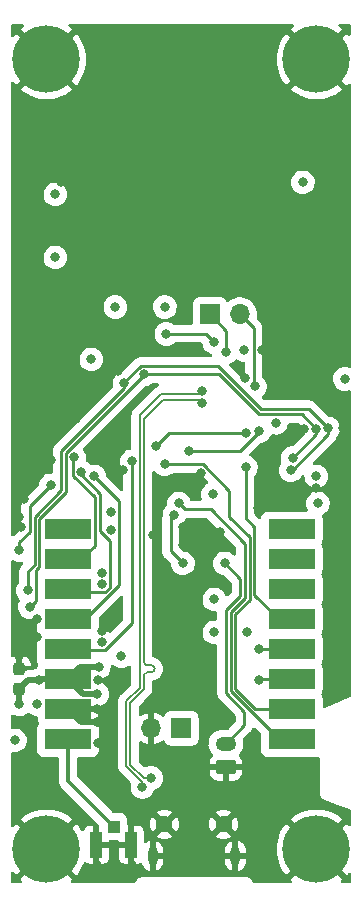
<source format=gbr>
%TF.GenerationSoftware,KiCad,Pcbnew,(6.0.8)*%
%TF.CreationDate,2023-05-05T23:38:08+01:00*%
%TF.ProjectId,circuit board design v1.0,63697263-7569-4742-9062-6f6172642064,rev?*%
%TF.SameCoordinates,Original*%
%TF.FileFunction,Copper,L4,Bot*%
%TF.FilePolarity,Positive*%
%FSLAX46Y46*%
G04 Gerber Fmt 4.6, Leading zero omitted, Abs format (unit mm)*
G04 Created by KiCad (PCBNEW (6.0.8)) date 2023-05-05 23:38:08*
%MOMM*%
%LPD*%
G01*
G04 APERTURE LIST*
G04 Aperture macros list*
%AMRoundRect*
0 Rectangle with rounded corners*
0 $1 Rounding radius*
0 $2 $3 $4 $5 $6 $7 $8 $9 X,Y pos of 4 corners*
0 Add a 4 corners polygon primitive as box body*
4,1,4,$2,$3,$4,$5,$6,$7,$8,$9,$2,$3,0*
0 Add four circle primitives for the rounded corners*
1,1,$1+$1,$2,$3*
1,1,$1+$1,$4,$5*
1,1,$1+$1,$6,$7*
1,1,$1+$1,$8,$9*
0 Add four rect primitives between the rounded corners*
20,1,$1+$1,$2,$3,$4,$5,0*
20,1,$1+$1,$4,$5,$6,$7,0*
20,1,$1+$1,$6,$7,$8,$9,0*
20,1,$1+$1,$8,$9,$2,$3,0*%
G04 Aperture macros list end*
%TA.AperFunction,ComponentPad*%
%ADD10R,1.700000X1.700000*%
%TD*%
%TA.AperFunction,ComponentPad*%
%ADD11O,1.700000X1.700000*%
%TD*%
%TA.AperFunction,ComponentPad*%
%ADD12C,1.450000*%
%TD*%
%TA.AperFunction,ComponentPad*%
%ADD13O,0.800000X1.600000*%
%TD*%
%TA.AperFunction,ComponentPad*%
%ADD14C,3.600000*%
%TD*%
%TA.AperFunction,ConnectorPad*%
%ADD15C,5.700000*%
%TD*%
%TA.AperFunction,ComponentPad*%
%ADD16RoundRect,0.250000X0.625000X-0.350000X0.625000X0.350000X-0.625000X0.350000X-0.625000X-0.350000X0*%
%TD*%
%TA.AperFunction,ComponentPad*%
%ADD17O,1.750000X1.200000*%
%TD*%
%TA.AperFunction,ConnectorPad*%
%ADD18R,4.000000X1.780000*%
%TD*%
%TA.AperFunction,SMDPad,CuDef*%
%ADD19R,4.000000X1.780000*%
%TD*%
%TA.AperFunction,SMDPad,CuDef*%
%ADD20RoundRect,0.237500X0.237500X-0.300000X0.237500X0.300000X-0.237500X0.300000X-0.237500X-0.300000X0*%
%TD*%
%TA.AperFunction,SMDPad,CuDef*%
%ADD21R,1.050000X2.200000*%
%TD*%
%TA.AperFunction,SMDPad,CuDef*%
%ADD22R,1.050000X1.050000*%
%TD*%
%TA.AperFunction,ViaPad*%
%ADD23C,0.800000*%
%TD*%
%TA.AperFunction,Conductor*%
%ADD24C,0.500000*%
%TD*%
%TA.AperFunction,Conductor*%
%ADD25C,0.250000*%
%TD*%
%TA.AperFunction,Conductor*%
%ADD26C,0.200000*%
%TD*%
%TA.AperFunction,Conductor*%
%ADD27C,0.350000*%
%TD*%
G04 APERTURE END LIST*
D10*
%TO.P,J6,1,Pin_1*%
%TO.N,/MCU/SYS_JTCK_SWCLK*%
X37460000Y-45212000D03*
D11*
%TO.P,J6,2,Pin_2*%
%TO.N,/MCU/SYS_JTMS_SWDIO*%
X40000000Y-45212000D03*
%TD*%
D10*
%TO.P,J1,1,Pin_1*%
%TO.N,+3.3V*%
X35057000Y-80264000D03*
D11*
%TO.P,J1,2,Pin_2*%
%TO.N,GND*%
X32517000Y-80264000D03*
%TD*%
D12*
%TO.P,J3,P$1,Shield*%
%TO.N,GND*%
X33620000Y-88378000D03*
%TO.P,J3,P$2,Shield*%
X38620000Y-88378000D03*
D13*
%TO.P,J3,P$12,Shield*%
X32620000Y-91078000D03*
%TO.P,J3,P$13,Shield*%
X39620000Y-91078000D03*
%TD*%
D14*
%TO.P,H4,1,1*%
%TO.N,GND*%
X46482000Y-90500000D03*
D15*
X46482000Y-90500000D03*
%TD*%
D16*
%TO.P,J2,1,Pin_1*%
%TO.N,GND*%
X38825000Y-83566000D03*
D17*
%TO.P,J2,2,Pin_2*%
%TO.N,Net-(J2-Pad2)*%
X38825000Y-81566000D03*
%TD*%
D15*
%TO.P,H2,1,1*%
%TO.N,GND*%
X46482000Y-23622000D03*
D14*
X46482000Y-23622000D03*
%TD*%
%TO.P,H3,1,1*%
%TO.N,GND*%
X23622000Y-23622000D03*
D15*
X23622000Y-23622000D03*
%TD*%
D14*
%TO.P,H1,1,1*%
%TO.N,GND*%
X23749000Y-90500000D03*
D15*
X23622000Y-90500000D03*
%TD*%
D18*
%TO.P,U10,1,Antenna*%
%TO.N,Net-(J4-Pad3)*%
X25450000Y-81186000D03*
D19*
%TO.P,U10,2,GND*%
%TO.N,GND*%
X25450000Y-78646000D03*
%TO.P,U10,3,VCC*%
%TO.N,+3.3V*%
X25450000Y-76106000D03*
%TO.P,U10,4,RX_SWITCH*%
%TO.N,/MCU/Radio_TX*%
X25450000Y-73566000D03*
%TO.P,U10,5,TX_SWITCH*%
%TO.N,/MCU/Radio_RX*%
X25450000Y-71026000D03*
%TO.P,U10,6,DIO0*%
%TO.N,/MCU/Radio_DIO0*%
X25450000Y-68486000D03*
%TO.P,U10,7,DIO1*%
%TO.N,/MCU/Radio_DIO1*%
X25450000Y-65946000D03*
%TO.P,U10,8,DIO2*%
%TO.N,unconnected-(U10-Pad8)*%
X25450000Y-63406000D03*
%TO.P,U10,9,DIO3*%
%TO.N,unconnected-(U10-Pad9)*%
X44400000Y-63406000D03*
%TO.P,U10,10,DIO4*%
%TO.N,unconnected-(U10-Pad10)*%
X44400000Y-65946000D03*
%TO.P,U10,11,DIO5*%
%TO.N,unconnected-(U10-Pad11)*%
X44400000Y-68486000D03*
%TO.P,U10,12,RESET*%
%TO.N,/MCU/Radio_Reset*%
X44400000Y-71026000D03*
%TO.P,U10,13,SCLK*%
%TO.N,/MCU/SPI1_SCK*%
X44400000Y-73566000D03*
%TO.P,U10,14,SDO*%
%TO.N,/MCU/SPI1_MISO*%
X44400000Y-76106000D03*
%TO.P,U10,15,SDI*%
%TO.N,/MCU/SPI1_MOSI*%
X44400000Y-78646000D03*
%TO.P,U10,16,~{SEL}*%
%TO.N,/MCU/Radio_Enable*%
X44400000Y-81186000D03*
%TD*%
D20*
%TO.P,C27,1*%
%TO.N,+3.3V*%
X21336000Y-76935500D03*
%TO.P,C27,2*%
%TO.N,GND*%
X21336000Y-75210500D03*
%TD*%
D21*
%TO.P,J4,1,1*%
%TO.N,GND*%
X30812000Y-90100500D03*
%TO.P,J4,2,2*%
X27862000Y-90100500D03*
D22*
%TO.P,J4,3,3*%
%TO.N,Net-(J4-Pad3)*%
X29337000Y-88575500D03*
%TD*%
D23*
%TO.N,GND*%
X33147000Y-66294000D03*
%TO.N,+3.3V*%
X37846000Y-72136000D03*
X28067000Y-75057000D03*
%TO.N,/MCU/usb_d-*%
X36830000Y-52722000D03*
%TO.N,/MCU/usb_d+*%
X36830000Y-51672000D03*
%TO.N,/MCU/usb_d-*%
X32494730Y-84464768D03*
%TO.N,/MCU/usb_d+*%
X31752266Y-85207232D03*
%TO.N,/MCU/QUADSPI_CLK*%
X41656000Y-55118000D03*
X35687000Y-56769000D03*
%TO.N,/MCU/SPI1_SCK*%
X41656000Y-73533000D03*
%TO.N,/MCU/SPI1_MISO*%
X41656000Y-76200000D03*
%TO.N,/MCU/SPI1_MOSI*%
X33655000Y-57912000D03*
%TO.N,/MCU/Radio_Enable*%
X34849797Y-61216108D03*
%TO.N,/MCU/SYS_JTCK_SWCLK*%
X38862000Y-48387000D03*
%TO.N,/MCU/QUADSPI_NCS*%
X33782000Y-46863000D03*
X37845620Y-47587500D03*
%TO.N,/MCU/SCL*%
X44320500Y-58420000D03*
X47498000Y-54864000D03*
X30226000Y-51054000D03*
X22058500Y-68580000D03*
%TO.N,GND*%
X21844000Y-50292000D03*
X21844000Y-32893000D03*
X24892000Y-34036000D03*
X36698356Y-58678644D03*
X27940000Y-91821000D03*
X22860000Y-72517000D03*
X28575000Y-84582000D03*
X21717000Y-60833000D03*
X40450500Y-50604500D03*
X28321000Y-67122497D03*
X43561000Y-46138500D03*
X35000000Y-22000000D03*
X42000000Y-22000000D03*
X48100000Y-67000000D03*
X48006000Y-37211000D03*
X21971000Y-42926000D03*
X41529000Y-61595000D03*
X22860000Y-35052000D03*
X31500000Y-25000000D03*
X46482000Y-59944000D03*
X45466000Y-37211000D03*
X21336000Y-74168000D03*
X38354000Y-63627000D03*
X32678500Y-63881000D03*
X21717000Y-85852000D03*
X48100000Y-63300000D03*
X29083000Y-63500000D03*
X42799000Y-58166000D03*
X22860000Y-40386000D03*
X37211000Y-84709000D03*
X35000000Y-25000000D03*
X24257000Y-30480000D03*
X27940000Y-78613000D03*
X21463000Y-63246000D03*
X48641000Y-57277000D03*
X37846000Y-86741000D03*
X48000000Y-34290000D03*
X30099000Y-58420000D03*
X26162000Y-54102000D03*
X29337000Y-55372000D03*
X28194000Y-45085000D03*
X21336000Y-62357000D03*
X48000000Y-32004000D03*
X42000000Y-25000000D03*
X45212000Y-41656000D03*
X29718000Y-50038000D03*
X35179000Y-63246000D03*
X31500000Y-22000000D03*
X27940000Y-79756000D03*
X45466000Y-32004000D03*
X45457401Y-54872599D03*
X35052000Y-68199000D03*
X28000000Y-25000000D03*
X48000000Y-28956000D03*
X24257000Y-28067000D03*
X48768000Y-54864000D03*
X24003000Y-57531000D03*
X28321000Y-72009000D03*
X27999502Y-81534000D03*
X48100000Y-74400000D03*
X35179000Y-64770000D03*
X48100000Y-70700000D03*
X28000000Y-22000000D03*
X22860000Y-70993000D03*
X24257000Y-42926000D03*
X21844000Y-28067000D03*
X38500000Y-25000000D03*
X48006000Y-41656000D03*
X30861000Y-91821000D03*
X45339000Y-28956000D03*
X41910000Y-48222500D03*
X38500000Y-22000000D03*
X27999502Y-76200000D03*
X21844000Y-30480000D03*
%TO.N,+3.3V*%
X29972000Y-74168000D03*
X46609000Y-61214000D03*
X33655000Y-44577000D03*
X40386000Y-48222500D03*
X24384000Y-35052000D03*
X40640000Y-72136000D03*
X48895000Y-50673000D03*
X45339000Y-34036000D03*
X46482000Y-58928000D03*
X27940000Y-77343000D03*
X29083000Y-61976000D03*
X43053000Y-54387500D03*
X29464000Y-44577000D03*
X24384000Y-40386000D03*
X37719000Y-60452000D03*
X28321000Y-72958503D03*
X27432000Y-49022000D03*
X22860000Y-78232000D03*
X22987000Y-76200000D03*
X28321000Y-68072000D03*
X21336000Y-78232000D03*
X20955000Y-81280000D03*
X37846000Y-69342000D03*
%TO.N,+3.3VA*%
X40513000Y-55245000D03*
X24003000Y-59690000D03*
X21336000Y-65151000D03*
X32893395Y-56388000D03*
%TO.N,/MCU/SYS_JTMS_SWDIO*%
X41275000Y-51308000D03*
%TO.N,/MCU/SDA*%
X44462723Y-57374313D03*
X31906687Y-50292000D03*
X46485949Y-54876548D03*
X22225000Y-69977000D03*
%TO.N,Net-(J2-Pad2)*%
X38735000Y-66294000D03*
%TO.N,/MCU/PWR_BVOLTS*%
X34458944Y-62188056D03*
X35179000Y-66294000D03*
%TO.N,/MCU/Radio_DIO1*%
X25966500Y-57318537D03*
%TO.N,/MCU/Radio_DIO0*%
X26543000Y-58547000D03*
%TO.N,/MCU/Radio_TX*%
X30861000Y-57658000D03*
%TO.N,/MCU/Radio_RX*%
X27686000Y-58928000D03*
%TO.N,/MCU/Radio_Reset*%
X40513000Y-58166000D03*
%TD*%
D24*
%TO.N,GND*%
X26560000Y-79756000D02*
X25450000Y-78646000D01*
X27940000Y-79756000D02*
X26560000Y-79756000D01*
D25*
X28001000Y-78613000D02*
X28034000Y-78646000D01*
X27940000Y-78613000D02*
X28001000Y-78613000D01*
D24*
%TO.N,+3.3V*%
X26700000Y-77356000D02*
X25450000Y-76106000D01*
X27927000Y-77356000D02*
X26700000Y-77356000D01*
X27940000Y-77343000D02*
X27927000Y-77356000D01*
X26499000Y-75057000D02*
X25450000Y-76106000D01*
X28067000Y-75057000D02*
X26499000Y-75057000D01*
D26*
%TO.N,/MCU/usb_d-*%
X33494199Y-52422001D02*
X36530001Y-52422001D01*
X31875000Y-54041200D02*
X33494199Y-52422001D01*
X31875000Y-74571000D02*
X31875000Y-54041200D01*
X31875000Y-74621000D02*
X31875000Y-74571000D01*
X32492326Y-74921000D02*
X32175000Y-74921000D01*
X32175000Y-75521000D02*
X32492326Y-75521000D01*
X31875000Y-76950974D02*
X31875000Y-75821000D01*
X36530001Y-52422001D02*
X36830000Y-52722000D01*
X30734000Y-78091974D02*
X31875000Y-76950974D01*
X32494730Y-84464768D02*
X31873742Y-84464768D01*
X31873742Y-84464768D02*
X30734000Y-83325026D01*
X30734000Y-83325026D02*
X30734000Y-78091974D01*
X31875000Y-74621000D02*
G75*
G03*
X32175000Y-74921000I300000J0D01*
G01*
X32792300Y-75221000D02*
G75*
G02*
X32492326Y-75521000I-300000J0D01*
G01*
X32492326Y-74920974D02*
G75*
G02*
X32792326Y-75221000I-26J-300026D01*
G01*
X32175000Y-75521000D02*
G75*
G03*
X31875000Y-75821000I0J-300000D01*
G01*
%TO.N,/MCU/usb_d+*%
X31752266Y-84838266D02*
X31752266Y-85207232D01*
X30384000Y-77947000D02*
X30384000Y-83470000D01*
X31525000Y-76806000D02*
X30384000Y-77947000D01*
X31525000Y-53754800D02*
X31525000Y-76806000D01*
X30384000Y-83470000D02*
X31752266Y-84838266D01*
X36530001Y-51971999D02*
X33307801Y-51971999D01*
X36830000Y-51672000D02*
X36530001Y-51971999D01*
X33307801Y-51971999D02*
X31525000Y-53754800D01*
D25*
%TO.N,+3.3VA*%
X34036395Y-55245000D02*
X32893395Y-56388000D01*
X40513000Y-55245000D02*
X34036395Y-55245000D01*
%TO.N,/MCU/SDA*%
X31906687Y-50327908D02*
X31906687Y-50292000D01*
X25292000Y-60236685D02*
X25292000Y-56942595D01*
X23025000Y-66571404D02*
X23025000Y-62503686D01*
X23025000Y-62503686D02*
X25292000Y-60236685D01*
X22733000Y-66863405D02*
X23025000Y-66571404D01*
X22733000Y-69469000D02*
X22733000Y-66863405D01*
X25292000Y-56942595D02*
X31906687Y-50327908D01*
X22225000Y-69977000D02*
X22733000Y-69469000D01*
%TO.N,/MCU/Radio_Reset*%
X41226000Y-63168000D02*
X41226000Y-68962000D01*
X41226000Y-68962000D02*
X43290000Y-71026000D01*
X40513000Y-62455000D02*
X41226000Y-63168000D01*
X43290000Y-71026000D02*
X44400000Y-71026000D01*
X40513000Y-58166000D02*
X40513000Y-62455000D01*
%TO.N,/MCU/SPI1_MOSI*%
X41315686Y-78646000D02*
X44400000Y-78646000D01*
X39625000Y-76955314D02*
X41315686Y-78646000D01*
X40826000Y-64067000D02*
X40826000Y-69406281D01*
X40826000Y-69406281D02*
X39625000Y-70607281D01*
X39625000Y-70607281D02*
X39625000Y-76955314D01*
X39116000Y-60142399D02*
X39116000Y-62357000D01*
X36885601Y-57912000D02*
X39116000Y-60142399D01*
X33655000Y-57912000D02*
X36885601Y-57912000D01*
X39116000Y-62357000D02*
X40826000Y-64067000D01*
%TO.N,Net-(J2-Pad2)*%
X40386000Y-78847686D02*
X40386000Y-80005000D01*
X38825000Y-77286686D02*
X40386000Y-78847686D01*
X38825000Y-70275910D02*
X38825000Y-77286686D01*
X40026000Y-69074909D02*
X38825000Y-70275910D01*
X40386000Y-80005000D02*
X38825000Y-81566000D01*
X38735000Y-66294000D02*
X40026000Y-67585000D01*
X40026000Y-67585000D02*
X40026000Y-69074909D01*
%TO.N,/MCU/QUADSPI_CLK*%
X40014305Y-56769000D02*
X41656000Y-55127305D01*
X41656000Y-55127305D02*
X41656000Y-55118000D01*
X35687000Y-56769000D02*
X40014305Y-56769000D01*
%TO.N,/MCU/SPI1_SCK*%
X41689000Y-73566000D02*
X44400000Y-73566000D01*
X41656000Y-73533000D02*
X41689000Y-73566000D01*
%TO.N,/MCU/SPI1_MISO*%
X41656000Y-76200000D02*
X41750000Y-76106000D01*
X41750000Y-76106000D02*
X44400000Y-76106000D01*
%TO.N,/MCU/Radio_Enable*%
X39225000Y-70441595D02*
X39225000Y-77121000D01*
X40426000Y-69240595D02*
X39225000Y-70441595D01*
X40426000Y-64624000D02*
X40426000Y-69240595D01*
X43290000Y-81186000D02*
X44400000Y-81186000D01*
X35355689Y-61722000D02*
X37524000Y-61722000D01*
X39225000Y-77121000D02*
X43290000Y-81186000D01*
X37524000Y-61722000D02*
X40426000Y-64624000D01*
X34849797Y-61216108D02*
X35355689Y-61722000D01*
%TO.N,/MCU/SYS_JTCK_SWCLK*%
X38862000Y-46614000D02*
X37460000Y-45212000D01*
X38862000Y-48387000D02*
X38862000Y-46614000D01*
%TO.N,/MCU/QUADSPI_NCS*%
X37845620Y-47587500D02*
X37121120Y-46863000D01*
X37121120Y-46863000D02*
X33782000Y-46863000D01*
%TO.N,/MCU/SCL*%
X45847000Y-53213000D02*
X47498000Y-54864000D01*
X30226000Y-50947382D02*
X31606382Y-49567000D01*
X47498000Y-55376305D02*
X47498000Y-54864000D01*
X30226000Y-51435000D02*
X24892000Y-56769000D01*
X30226000Y-51054000D02*
X30226000Y-51435000D01*
X22058500Y-66972219D02*
X22058500Y-68580000D01*
X22625000Y-62338000D02*
X22625000Y-66405719D01*
X44320500Y-58553805D02*
X47498000Y-55376305D01*
X24892000Y-60071000D02*
X22625000Y-62338000D01*
X44320500Y-58420000D02*
X44320500Y-58553805D01*
X30226000Y-51054000D02*
X30226000Y-50947382D01*
X38127695Y-49567000D02*
X41773695Y-53213000D01*
X31606382Y-49567000D02*
X38127695Y-49567000D01*
X22625000Y-66405719D02*
X22058500Y-66972219D01*
X24892000Y-56769000D02*
X24892000Y-60071000D01*
X41773695Y-53213000D02*
X45847000Y-53213000D01*
%TO.N,GND*%
X27940000Y-91821000D02*
X27940000Y-90178500D01*
D24*
X21336000Y-74168000D02*
X21336000Y-75210500D01*
X28034000Y-78646000D02*
X25450000Y-78646000D01*
D25*
X27940000Y-90178500D02*
X27862000Y-90100500D01*
X30812000Y-90100500D02*
X30812000Y-91772000D01*
X30812000Y-91772000D02*
X30861000Y-91821000D01*
D24*
%TO.N,+3.3V*%
X22987000Y-76200000D02*
X22071500Y-76200000D01*
X21336000Y-78232000D02*
X21336000Y-76935500D01*
X22071500Y-76200000D02*
X21336000Y-76935500D01*
X23081000Y-76106000D02*
X22987000Y-76200000D01*
X25450000Y-76106000D02*
X23081000Y-76106000D01*
D25*
%TO.N,+3.3VA*%
X22225000Y-61468000D02*
X24003000Y-59690000D01*
X21336000Y-64516000D02*
X22225000Y-63627000D01*
X21336000Y-65151000D02*
X21336000Y-64516000D01*
X22225000Y-63627000D02*
X22225000Y-61468000D01*
%TO.N,/MCU/SYS_JTMS_SWDIO*%
X41185000Y-51218000D02*
X41185000Y-46397000D01*
X41275000Y-51308000D02*
X41185000Y-51218000D01*
X41185000Y-46397000D02*
X40000000Y-45212000D01*
%TO.N,/MCU/SDA*%
X46485949Y-54876548D02*
X45272401Y-53663000D01*
X38216299Y-50292000D02*
X31906687Y-50292000D01*
X44462723Y-57374313D02*
X44479687Y-57374313D01*
X44479687Y-57374313D02*
X46485949Y-55368051D01*
X41587299Y-53663000D02*
X38216299Y-50292000D01*
X46485949Y-55368051D02*
X46485949Y-54876548D01*
X45272401Y-53663000D02*
X41587299Y-53663000D01*
%TO.N,/MCU/PWR_BVOLTS*%
X34458944Y-62188056D02*
X34163000Y-62484000D01*
X34163000Y-62484000D02*
X34163000Y-65278000D01*
X34163000Y-65278000D02*
X35179000Y-66294000D01*
%TO.N,/MCU/Radio_DIO1*%
X27725000Y-64781000D02*
X26560000Y-65946000D01*
X25966500Y-57318537D02*
X25868000Y-57417037D01*
X26560000Y-65946000D02*
X25450000Y-65946000D01*
X25868000Y-57417037D02*
X25868000Y-58850000D01*
X27725000Y-60707000D02*
X27725000Y-64781000D01*
X25868000Y-58850000D02*
X27725000Y-60707000D01*
%TO.N,/MCU/Radio_DIO0*%
X28194000Y-60390595D02*
X26543000Y-58739595D01*
X26543000Y-58739595D02*
X26543000Y-58547000D01*
X25450000Y-68486000D02*
X25711000Y-68747000D01*
X28996000Y-68351595D02*
X28996000Y-64371000D01*
X28600595Y-68747000D02*
X28996000Y-68351595D01*
X25711000Y-68747000D02*
X28600595Y-68747000D01*
X28194000Y-63569000D02*
X28194000Y-60390595D01*
X28996000Y-64371000D02*
X28194000Y-63569000D01*
%TO.N,/MCU/Radio_TX*%
X25517503Y-73633503D02*
X25450000Y-73566000D01*
X28600595Y-73633503D02*
X25517503Y-73633503D01*
X30861000Y-57658000D02*
X30861000Y-71373098D01*
X30861000Y-71373098D02*
X28600595Y-73633503D01*
%TO.N,/MCU/Radio_RX*%
X29758000Y-61000000D02*
X29758000Y-68155281D01*
X26887281Y-71026000D02*
X25450000Y-71026000D01*
X29758000Y-68155281D02*
X26887281Y-71026000D01*
X27686000Y-58928000D02*
X29758000Y-61000000D01*
D27*
%TO.N,Net-(J4-Pad3)*%
X29337000Y-88575500D02*
X25450000Y-84688500D01*
X25450000Y-84688500D02*
X25450000Y-81186000D01*
%TD*%
%TA.AperFunction,Conductor*%
%TO.N,GND*%
G36*
X32799000Y-58459639D02*
G01*
X32841271Y-58496127D01*
X32919014Y-58594214D01*
X32931818Y-58610369D01*
X33081238Y-58737535D01*
X33105370Y-58751022D01*
X33246149Y-58829701D01*
X33246155Y-58829704D01*
X33252513Y-58833257D01*
X33439118Y-58893889D01*
X33512397Y-58902627D01*
X33626715Y-58916259D01*
X33626718Y-58916259D01*
X33633946Y-58917121D01*
X33745443Y-58908542D01*
X33822314Y-58902627D01*
X33822316Y-58902627D01*
X33829576Y-58902068D01*
X34018556Y-58849303D01*
X34025062Y-58846016D01*
X34025066Y-58846015D01*
X34187184Y-58764123D01*
X34187185Y-58764123D01*
X34193689Y-58760837D01*
X34247266Y-58718978D01*
X34311126Y-58669086D01*
X34382123Y-58638950D01*
X34402859Y-58637500D01*
X36523371Y-58637500D01*
X36597871Y-58657462D01*
X36628730Y-58681141D01*
X37281091Y-59333501D01*
X37319655Y-59400296D01*
X37319655Y-59477424D01*
X37281091Y-59544219D01*
X37244764Y-59570903D01*
X37168512Y-59610767D01*
X37162838Y-59615329D01*
X37065363Y-59693701D01*
X37015600Y-59733711D01*
X36889480Y-59884016D01*
X36794956Y-60055954D01*
X36735628Y-60242978D01*
X36734815Y-60250222D01*
X36734815Y-60250224D01*
X36714569Y-60430722D01*
X36713757Y-60437963D01*
X36730175Y-60633483D01*
X36732185Y-60640492D01*
X36732185Y-60640493D01*
X36779767Y-60806430D01*
X36781113Y-60883546D01*
X36743721Y-60951004D01*
X36677609Y-60990728D01*
X36636539Y-60996500D01*
X35939302Y-60996500D01*
X35864802Y-60976538D01*
X35810264Y-60922000D01*
X35796662Y-60890567D01*
X35781389Y-60839983D01*
X35781388Y-60839980D01*
X35779281Y-60833002D01*
X35769006Y-60813678D01*
X35690589Y-60666196D01*
X35690587Y-60666193D01*
X35687167Y-60659761D01*
X35682564Y-60654118D01*
X35682562Y-60654114D01*
X35567761Y-60513354D01*
X35563158Y-60507710D01*
X35411977Y-60382643D01*
X35239382Y-60289321D01*
X35108999Y-60248961D01*
X35058908Y-60233455D01*
X35058906Y-60233455D01*
X35051949Y-60231301D01*
X35044707Y-60230540D01*
X35044703Y-60230539D01*
X34864057Y-60211552D01*
X34864056Y-60211552D01*
X34856816Y-60210791D01*
X34661415Y-60228574D01*
X34473190Y-60283972D01*
X34299309Y-60374875D01*
X34293635Y-60379437D01*
X34169790Y-60479011D01*
X34146397Y-60497819D01*
X34020277Y-60648124D01*
X33925753Y-60820062D01*
X33866425Y-61007086D01*
X33865612Y-61014330D01*
X33865612Y-61014332D01*
X33845366Y-61194830D01*
X33844554Y-61202071D01*
X33853353Y-61306850D01*
X33839696Y-61382757D01*
X33798239Y-61435439D01*
X33761229Y-61465196D01*
X33755544Y-61469767D01*
X33629424Y-61620072D01*
X33534900Y-61792010D01*
X33475572Y-61979034D01*
X33474759Y-61986278D01*
X33474759Y-61986280D01*
X33458489Y-62131334D01*
X33453701Y-62174019D01*
X33458679Y-62233295D01*
X33461299Y-62264496D01*
X33458700Y-62307299D01*
X33455787Y-62321307D01*
X33454645Y-62326357D01*
X33438162Y-62393717D01*
X33437500Y-62404388D01*
X33437500Y-62405135D01*
X33437154Y-62410890D01*
X33435453Y-62419069D01*
X33435687Y-62427722D01*
X33435687Y-62427723D01*
X33437445Y-62492686D01*
X33437500Y-62496716D01*
X33437500Y-65211700D01*
X33435805Y-65234109D01*
X33433006Y-65252508D01*
X33433707Y-65261128D01*
X33433707Y-65261132D01*
X33437010Y-65301735D01*
X33437500Y-65313814D01*
X33437500Y-65320363D01*
X33438002Y-65324668D01*
X33440587Y-65346842D01*
X33441100Y-65352018D01*
X33442176Y-65365240D01*
X33446721Y-65421127D01*
X33449388Y-65429361D01*
X33450171Y-65433278D01*
X33450194Y-65433421D01*
X33450228Y-65433544D01*
X33451150Y-65437442D01*
X33452152Y-65446037D01*
X33475811Y-65511217D01*
X33477481Y-65516080D01*
X33498858Y-65582067D01*
X33503348Y-65589466D01*
X33505014Y-65593106D01*
X33505062Y-65593224D01*
X33505132Y-65593350D01*
X33506920Y-65596920D01*
X33509875Y-65605061D01*
X33547901Y-65663059D01*
X33550658Y-65667431D01*
X33586622Y-65726698D01*
X33593700Y-65734712D01*
X33594223Y-65735235D01*
X33598052Y-65739553D01*
X33602633Y-65746540D01*
X33608920Y-65752495D01*
X33608921Y-65752497D01*
X33656090Y-65797180D01*
X33658979Y-65799991D01*
X34138393Y-66279405D01*
X34176957Y-66346200D01*
X34181509Y-66372282D01*
X34190175Y-66475483D01*
X34192185Y-66482492D01*
X34240560Y-66651193D01*
X34244258Y-66664091D01*
X34333944Y-66838601D01*
X34455818Y-66992369D01*
X34605238Y-67119535D01*
X34638904Y-67138350D01*
X34770149Y-67211701D01*
X34770155Y-67211704D01*
X34776513Y-67215257D01*
X34963118Y-67275889D01*
X35036397Y-67284627D01*
X35150715Y-67298259D01*
X35150718Y-67298259D01*
X35157946Y-67299121D01*
X35269998Y-67290499D01*
X35346314Y-67284627D01*
X35346316Y-67284627D01*
X35353576Y-67284068D01*
X35542556Y-67231303D01*
X35549062Y-67228016D01*
X35549066Y-67228015D01*
X35711184Y-67146123D01*
X35711185Y-67146123D01*
X35717689Y-67142837D01*
X35872303Y-67022040D01*
X36000509Y-66873511D01*
X36082006Y-66730051D01*
X36093827Y-66709243D01*
X36093828Y-66709241D01*
X36097425Y-66702909D01*
X36159358Y-66516732D01*
X36163227Y-66486110D01*
X36183427Y-66326200D01*
X36183949Y-66322071D01*
X36184341Y-66294000D01*
X36165194Y-66098728D01*
X36108484Y-65910894D01*
X36024263Y-65752497D01*
X36019792Y-65744088D01*
X36019790Y-65744085D01*
X36016370Y-65737653D01*
X36011767Y-65732010D01*
X36011765Y-65732006D01*
X35896964Y-65591246D01*
X35892361Y-65585602D01*
X35741180Y-65460535D01*
X35568585Y-65367213D01*
X35417237Y-65320363D01*
X35388111Y-65311347D01*
X35388109Y-65311347D01*
X35381152Y-65309193D01*
X35373910Y-65308432D01*
X35373906Y-65308431D01*
X35310197Y-65301735D01*
X35253775Y-65295804D01*
X35181771Y-65268164D01*
X35163992Y-65252980D01*
X34932141Y-65021129D01*
X34893577Y-64954334D01*
X34888500Y-64915770D01*
X34888500Y-63183685D01*
X34908462Y-63109185D01*
X34963000Y-63054647D01*
X34970298Y-63050701D01*
X34997633Y-63036893D01*
X35152247Y-62916096D01*
X35280453Y-62767567D01*
X35377369Y-62596965D01*
X35393170Y-62549466D01*
X35435626Y-62485078D01*
X35504590Y-62450543D01*
X35534551Y-62447500D01*
X37161770Y-62447500D01*
X37236270Y-62467462D01*
X37267129Y-62491141D01*
X39656859Y-64880871D01*
X39695423Y-64947666D01*
X39700500Y-64986230D01*
X39700500Y-65479015D01*
X39680538Y-65553515D01*
X39626000Y-65608053D01*
X39551500Y-65628015D01*
X39477000Y-65608053D01*
X39449230Y-65586668D01*
X39448361Y-65585602D01*
X39297180Y-65460535D01*
X39124585Y-65367213D01*
X38973237Y-65320363D01*
X38944111Y-65311347D01*
X38944109Y-65311347D01*
X38937152Y-65309193D01*
X38929910Y-65308432D01*
X38929906Y-65308431D01*
X38749260Y-65289444D01*
X38749259Y-65289444D01*
X38742019Y-65288683D01*
X38546618Y-65306466D01*
X38358393Y-65361864D01*
X38184512Y-65452767D01*
X38031600Y-65575711D01*
X37905480Y-65726016D01*
X37810956Y-65897954D01*
X37751628Y-66084978D01*
X37750815Y-66092222D01*
X37750815Y-66092224D01*
X37743745Y-66155259D01*
X37729757Y-66279963D01*
X37746175Y-66475483D01*
X37748185Y-66482492D01*
X37748185Y-66482493D01*
X37797237Y-66653555D01*
X37800258Y-66664091D01*
X37889944Y-66838601D01*
X38011818Y-66992369D01*
X38161238Y-67119535D01*
X38194904Y-67138350D01*
X38326149Y-67211701D01*
X38326155Y-67211704D01*
X38332513Y-67215257D01*
X38519118Y-67275889D01*
X38592397Y-67284627D01*
X38662898Y-67293034D01*
X38734511Y-67321677D01*
X38750615Y-67335627D01*
X39256859Y-67841871D01*
X39295423Y-67908666D01*
X39300500Y-67947230D01*
X39300500Y-68712679D01*
X39280538Y-68787179D01*
X39256859Y-68818038D01*
X39030493Y-69044404D01*
X38963698Y-69082968D01*
X38886570Y-69082968D01*
X38819775Y-69044404D01*
X38782493Y-68982109D01*
X38777592Y-68965875D01*
X38777591Y-68965872D01*
X38775484Y-68958894D01*
X38772061Y-68952456D01*
X38686792Y-68792088D01*
X38686790Y-68792085D01*
X38683370Y-68785653D01*
X38678767Y-68780010D01*
X38678765Y-68780006D01*
X38563964Y-68639246D01*
X38559361Y-68633602D01*
X38408180Y-68508535D01*
X38235585Y-68415213D01*
X38092684Y-68370978D01*
X38055111Y-68359347D01*
X38055109Y-68359347D01*
X38048152Y-68357193D01*
X38040910Y-68356432D01*
X38040906Y-68356431D01*
X37860260Y-68337444D01*
X37860259Y-68337444D01*
X37853019Y-68336683D01*
X37657618Y-68354466D01*
X37469393Y-68409864D01*
X37295512Y-68500767D01*
X37142600Y-68623711D01*
X37016480Y-68774016D01*
X36921956Y-68945954D01*
X36862628Y-69132978D01*
X36861815Y-69140222D01*
X36861815Y-69140224D01*
X36846960Y-69272659D01*
X36840757Y-69327963D01*
X36857175Y-69523483D01*
X36911258Y-69712091D01*
X37000944Y-69886601D01*
X37122818Y-70040369D01*
X37272238Y-70167535D01*
X37278601Y-70171091D01*
X37437149Y-70259701D01*
X37437155Y-70259704D01*
X37443513Y-70263257D01*
X37630118Y-70323889D01*
X37739021Y-70336875D01*
X37817715Y-70346259D01*
X37817718Y-70346259D01*
X37824946Y-70347121D01*
X37881689Y-70342755D01*
X37939069Y-70338340D01*
X38014881Y-70352528D01*
X38073442Y-70402721D01*
X38099061Y-70475470D01*
X38099500Y-70486901D01*
X38099500Y-70991108D01*
X38079538Y-71065608D01*
X38025000Y-71120146D01*
X37950500Y-71140108D01*
X37934925Y-71139292D01*
X37860260Y-71131444D01*
X37860259Y-71131444D01*
X37853019Y-71130683D01*
X37657618Y-71148466D01*
X37469393Y-71203864D01*
X37295512Y-71294767D01*
X37142600Y-71417711D01*
X37016480Y-71568016D01*
X36921956Y-71739954D01*
X36862628Y-71926978D01*
X36861815Y-71934222D01*
X36861815Y-71934224D01*
X36847362Y-72063079D01*
X36840757Y-72121963D01*
X36857175Y-72317483D01*
X36911258Y-72506091D01*
X37000944Y-72680601D01*
X37122818Y-72834369D01*
X37272238Y-72961535D01*
X37278601Y-72965091D01*
X37437149Y-73053701D01*
X37437155Y-73053704D01*
X37443513Y-73057257D01*
X37630118Y-73117889D01*
X37723146Y-73128982D01*
X37817715Y-73140259D01*
X37817718Y-73140259D01*
X37824946Y-73141121D01*
X37881689Y-73136755D01*
X37939069Y-73132340D01*
X38014881Y-73146528D01*
X38073442Y-73196721D01*
X38099061Y-73269470D01*
X38099500Y-73280901D01*
X38099500Y-77220386D01*
X38097805Y-77242795D01*
X38095006Y-77261194D01*
X38095707Y-77269814D01*
X38095707Y-77269818D01*
X38099010Y-77310421D01*
X38099500Y-77322500D01*
X38099500Y-77329049D01*
X38100002Y-77333354D01*
X38102587Y-77355528D01*
X38103100Y-77360704D01*
X38107581Y-77415794D01*
X38108721Y-77429813D01*
X38111388Y-77438047D01*
X38112171Y-77441964D01*
X38112194Y-77442107D01*
X38112228Y-77442230D01*
X38113150Y-77446128D01*
X38114152Y-77454723D01*
X38137811Y-77519903D01*
X38139481Y-77524766D01*
X38160858Y-77590753D01*
X38165348Y-77598152D01*
X38167014Y-77601792D01*
X38167062Y-77601910D01*
X38167132Y-77602036D01*
X38168920Y-77605606D01*
X38171875Y-77613747D01*
X38209901Y-77671745D01*
X38212659Y-77676118D01*
X38234309Y-77711796D01*
X38248622Y-77735384D01*
X38255700Y-77743398D01*
X38256223Y-77743921D01*
X38260052Y-77748239D01*
X38264633Y-77755226D01*
X38270920Y-77761181D01*
X38270921Y-77761183D01*
X38318090Y-77805866D01*
X38320979Y-77808677D01*
X39616859Y-79104557D01*
X39655423Y-79171352D01*
X39660500Y-79209916D01*
X39660500Y-79642770D01*
X39640538Y-79717270D01*
X39616859Y-79748129D01*
X39043129Y-80321859D01*
X38976334Y-80360423D01*
X38937770Y-80365500D01*
X38494030Y-80365500D01*
X38330289Y-80380546D01*
X38117936Y-80440435D01*
X38111807Y-80443457D01*
X38111803Y-80443459D01*
X38021380Y-80488051D01*
X37920053Y-80538020D01*
X37743267Y-80670033D01*
X37738629Y-80675050D01*
X37738626Y-80675053D01*
X37598140Y-80827030D01*
X37593499Y-80832051D01*
X37589854Y-80837829D01*
X37589851Y-80837832D01*
X37479409Y-81012873D01*
X37475764Y-81018650D01*
X37394006Y-81223579D01*
X37387827Y-81254642D01*
X37357359Y-81407818D01*
X37350962Y-81439976D01*
X37350050Y-81509651D01*
X37348314Y-81642274D01*
X37348074Y-81660594D01*
X37385438Y-81878043D01*
X37387799Y-81884442D01*
X37387800Y-81884447D01*
X37394172Y-81901719D01*
X37461804Y-82085043D01*
X37574614Y-82274659D01*
X37658065Y-82369817D01*
X37713711Y-82433269D01*
X37747824Y-82502443D01*
X37742780Y-82579406D01*
X37707137Y-82636779D01*
X37607202Y-82736888D01*
X37596548Y-82750377D01*
X37512885Y-82886105D01*
X37505616Y-82901693D01*
X37455257Y-83053518D01*
X37451867Y-83069333D01*
X37442388Y-83161849D01*
X37442000Y-83169445D01*
X37442000Y-83292384D01*
X37446145Y-83307855D01*
X37461616Y-83312000D01*
X40188383Y-83312000D01*
X40203854Y-83307855D01*
X40207999Y-83292384D01*
X40207999Y-83169497D01*
X40207600Y-83161796D01*
X40197873Y-83068047D01*
X40194453Y-83052207D01*
X40143832Y-82900476D01*
X40136539Y-82884907D01*
X40052641Y-82749331D01*
X40041952Y-82735844D01*
X39941436Y-82635503D01*
X39902814Y-82568742D01*
X39902747Y-82491614D01*
X39937289Y-82428912D01*
X40051860Y-82304970D01*
X40051862Y-82304968D01*
X40056501Y-82299949D01*
X40066210Y-82284562D01*
X40170591Y-82119127D01*
X40174236Y-82113350D01*
X40255994Y-81908421D01*
X40267905Y-81848541D01*
X40297705Y-81698727D01*
X40297705Y-81698724D01*
X40299038Y-81692024D01*
X40300631Y-81570370D01*
X40301837Y-81478240D01*
X40301837Y-81478235D01*
X40301926Y-81471406D01*
X40300769Y-81464672D01*
X40265718Y-81260682D01*
X40265717Y-81260677D01*
X40264562Y-81253957D01*
X40264865Y-81253905D01*
X40264867Y-81180372D01*
X40303430Y-81113582D01*
X40852126Y-80564886D01*
X40869171Y-80550238D01*
X40877189Y-80544338D01*
X40877191Y-80544336D01*
X40884158Y-80539209D01*
X40916129Y-80501577D01*
X40924323Y-80492689D01*
X40928961Y-80488051D01*
X40931641Y-80484664D01*
X40931646Y-80484658D01*
X40945506Y-80467139D01*
X40948804Y-80463117D01*
X40988088Y-80416877D01*
X40988090Y-80416873D01*
X40993692Y-80410280D01*
X40997626Y-80402576D01*
X40999847Y-80399246D01*
X40999925Y-80399139D01*
X40999998Y-80399009D01*
X41002095Y-80395614D01*
X41007465Y-80388826D01*
X41036807Y-80326044D01*
X41039091Y-80321370D01*
X41067691Y-80265361D01*
X41119351Y-80208089D01*
X41192725Y-80184319D01*
X41268153Y-80200421D01*
X41305751Y-80227763D01*
X41755859Y-80677871D01*
X41794423Y-80744666D01*
X41799500Y-80783230D01*
X41799501Y-81447757D01*
X41799501Y-82115360D01*
X41814956Y-82232762D01*
X41818695Y-82241788D01*
X41818695Y-82241789D01*
X41844866Y-82304970D01*
X41875464Y-82378841D01*
X41971718Y-82504282D01*
X42097159Y-82600536D01*
X42106182Y-82604274D01*
X42106183Y-82604274D01*
X42231971Y-82656377D01*
X42243238Y-82661044D01*
X42252919Y-82662319D01*
X42252921Y-82662319D01*
X42355797Y-82675863D01*
X42355804Y-82675863D01*
X42360639Y-82676500D01*
X44399791Y-82676500D01*
X46439360Y-82676499D01*
X46556762Y-82661044D01*
X46565790Y-82657304D01*
X46575220Y-82654778D01*
X46575649Y-82656377D01*
X46640947Y-82647780D01*
X46712204Y-82677294D01*
X46759157Y-82738484D01*
X46770500Y-82795505D01*
X46770500Y-85648366D01*
X46770088Y-85656434D01*
X46768477Y-85663219D01*
X46768757Y-85672977D01*
X46768757Y-85672981D01*
X46770439Y-85731507D01*
X46770500Y-85735786D01*
X46770500Y-85764361D01*
X46771136Y-85769196D01*
X46771455Y-85774059D01*
X46771330Y-85774067D01*
X46771847Y-85780531D01*
X46773018Y-85821269D01*
X46775815Y-85830623D01*
X46775816Y-85830631D01*
X46778491Y-85839577D01*
X46783460Y-85862808D01*
X46784680Y-85872073D01*
X46784681Y-85872077D01*
X46785956Y-85881762D01*
X46789693Y-85890785D01*
X46789695Y-85890791D01*
X46801544Y-85919399D01*
X46806641Y-85933733D01*
X46818309Y-85972758D01*
X46823430Y-85981067D01*
X46823431Y-85981069D01*
X46828338Y-85989030D01*
X46839151Y-86010187D01*
X46842726Y-86018817D01*
X46846464Y-86027841D01*
X46871270Y-86060169D01*
X46879886Y-86072672D01*
X46901266Y-86107362D01*
X46908363Y-86114062D01*
X46908364Y-86114064D01*
X46915164Y-86120484D01*
X46931078Y-86138113D01*
X46942718Y-86153282D01*
X46975038Y-86178083D01*
X46986615Y-86187945D01*
X46996524Y-86197300D01*
X47016235Y-86215910D01*
X47024824Y-86220545D01*
X47024828Y-86220548D01*
X47033054Y-86224987D01*
X47052999Y-86237904D01*
X47060407Y-86243588D01*
X47060409Y-86243589D01*
X47068159Y-86249536D01*
X47105778Y-86265118D01*
X47111660Y-86267913D01*
X47111712Y-86267799D01*
X47116149Y-86269831D01*
X47120442Y-86272148D01*
X47147215Y-86282347D01*
X47151109Y-86283895D01*
X47214238Y-86310044D01*
X47221150Y-86310954D01*
X47228827Y-86313438D01*
X48098473Y-86644731D01*
X49341543Y-87118281D01*
X49404056Y-87163457D01*
X49435606Y-87233837D01*
X49437500Y-87257520D01*
X49437500Y-88389801D01*
X49417538Y-88464301D01*
X49363000Y-88518839D01*
X49288500Y-88538801D01*
X49214000Y-88518839D01*
X49165121Y-88473339D01*
X49162937Y-88470113D01*
X49158069Y-88463699D01*
X49042012Y-88326849D01*
X49028842Y-88317730D01*
X49018674Y-88322536D01*
X46855081Y-90486129D01*
X46847073Y-90500000D01*
X46855081Y-90513871D01*
X49015404Y-92674194D01*
X49029275Y-92682202D01*
X49039292Y-92676419D01*
X49143790Y-92554930D01*
X49148699Y-92548556D01*
X49165705Y-92523811D01*
X49224353Y-92473720D01*
X49300190Y-92459664D01*
X49372894Y-92485410D01*
X49422985Y-92544058D01*
X49437500Y-92608205D01*
X49437500Y-93230500D01*
X49417538Y-93305000D01*
X49363000Y-93359538D01*
X49288500Y-93379500D01*
X48686243Y-93379500D01*
X48611743Y-93359538D01*
X48557205Y-93305000D01*
X48537243Y-93230500D01*
X48557205Y-93156000D01*
X48596780Y-93111347D01*
X48640432Y-93078572D01*
X48646591Y-93073403D01*
X48657893Y-93062827D01*
X48665928Y-93049918D01*
X48657456Y-93034666D01*
X46495871Y-90873081D01*
X46482000Y-90865073D01*
X46468129Y-90873081D01*
X44304468Y-93036742D01*
X44296736Y-93050134D01*
X44302969Y-93060650D01*
X44370267Y-93112290D01*
X44417220Y-93173480D01*
X44427287Y-93249948D01*
X44397772Y-93321205D01*
X44336582Y-93368158D01*
X44279562Y-93379500D01*
X41268750Y-93379500D01*
X41194250Y-93359538D01*
X41149552Y-93319903D01*
X41039983Y-93173811D01*
X41038587Y-93171696D01*
X41037536Y-93169159D01*
X40991918Y-93109708D01*
X40990929Y-93108404D01*
X40972710Y-93084112D01*
X40972700Y-93084101D01*
X40969783Y-93080211D01*
X40967918Y-93078304D01*
X40966139Y-93076112D01*
X40954275Y-93060650D01*
X40941282Y-93043718D01*
X40932191Y-93036742D01*
X40920818Y-93028015D01*
X40905013Y-93014000D01*
X40893810Y-93002548D01*
X40886978Y-92995564D01*
X40872640Y-92987074D01*
X40857662Y-92978205D01*
X40842873Y-92968205D01*
X40823593Y-92953411D01*
X40823587Y-92953408D01*
X40815841Y-92947464D01*
X40806820Y-92943728D01*
X40806814Y-92943724D01*
X40792005Y-92937590D01*
X40773109Y-92928142D01*
X40759328Y-92919982D01*
X40759327Y-92919982D01*
X40750924Y-92915006D01*
X40718123Y-92905829D01*
X40701248Y-92899997D01*
X40678789Y-92890694D01*
X40678781Y-92890692D01*
X40669762Y-92886956D01*
X40660080Y-92885681D01*
X40660079Y-92885681D01*
X40653386Y-92884800D01*
X40644194Y-92883590D01*
X40623499Y-92879355D01*
X40608061Y-92875036D01*
X40608060Y-92875036D01*
X40598656Y-92872405D01*
X40557822Y-92871956D01*
X40555008Y-92871848D01*
X40552361Y-92871500D01*
X40517148Y-92871500D01*
X40515510Y-92871491D01*
X40440551Y-92870667D01*
X40437896Y-92871347D01*
X40435351Y-92871500D01*
X31827649Y-92871500D01*
X31825104Y-92871347D01*
X31822449Y-92870667D01*
X31747490Y-92871491D01*
X31745852Y-92871500D01*
X31710639Y-92871500D01*
X31707992Y-92871848D01*
X31705178Y-92871956D01*
X31664344Y-92872405D01*
X31654940Y-92875036D01*
X31654939Y-92875036D01*
X31639501Y-92879355D01*
X31618806Y-92883590D01*
X31609614Y-92884800D01*
X31602921Y-92885681D01*
X31602920Y-92885681D01*
X31593238Y-92886956D01*
X31584219Y-92890692D01*
X31584211Y-92890694D01*
X31561752Y-92899997D01*
X31544877Y-92905829D01*
X31512076Y-92915006D01*
X31503673Y-92919982D01*
X31503672Y-92919982D01*
X31489891Y-92928142D01*
X31470995Y-92937590D01*
X31456186Y-92943724D01*
X31456180Y-92943728D01*
X31447159Y-92947464D01*
X31439413Y-92953408D01*
X31439407Y-92953411D01*
X31420127Y-92968205D01*
X31405338Y-92978205D01*
X31390360Y-92987074D01*
X31376022Y-92995564D01*
X31369190Y-93002548D01*
X31357987Y-93014000D01*
X31342182Y-93028015D01*
X31330809Y-93036742D01*
X31321718Y-93043718D01*
X31308726Y-93060650D01*
X31296861Y-93076112D01*
X31295082Y-93078304D01*
X31293217Y-93080211D01*
X31290300Y-93084101D01*
X31290290Y-93084112D01*
X31272071Y-93108404D01*
X31271082Y-93109708D01*
X31225464Y-93169159D01*
X31224413Y-93171696D01*
X31223017Y-93173811D01*
X31113449Y-93319902D01*
X31052780Y-93367523D01*
X30994250Y-93379500D01*
X25826243Y-93379500D01*
X25751743Y-93359538D01*
X25697205Y-93305000D01*
X25677243Y-93230500D01*
X25697205Y-93156000D01*
X25736780Y-93111347D01*
X25780432Y-93078572D01*
X25786591Y-93073403D01*
X25797893Y-93062827D01*
X25805928Y-93049918D01*
X25797456Y-93034666D01*
X23699371Y-90936581D01*
X23685500Y-90928573D01*
X23671629Y-90936581D01*
X22362461Y-92245749D01*
X22295666Y-92284313D01*
X22218538Y-92284313D01*
X22211672Y-92281469D01*
X22206179Y-92281469D01*
X22190947Y-92290263D01*
X21444468Y-93036742D01*
X21436736Y-93050134D01*
X21442969Y-93060650D01*
X21510267Y-93112290D01*
X21557220Y-93173480D01*
X21567287Y-93249948D01*
X21537772Y-93321205D01*
X21476582Y-93368158D01*
X21419562Y-93379500D01*
X20749500Y-93379500D01*
X20675000Y-93359538D01*
X20620462Y-93305000D01*
X20600500Y-93230500D01*
X20600500Y-92513107D01*
X20620462Y-92438607D01*
X20675000Y-92384069D01*
X20749500Y-92364107D01*
X20824000Y-92384069D01*
X20873172Y-92430003D01*
X20933996Y-92520519D01*
X20938838Y-92526945D01*
X21061976Y-92673175D01*
X21075111Y-92682338D01*
X21085159Y-92677631D01*
X23248919Y-90513871D01*
X23256927Y-90500000D01*
X24114073Y-90500000D01*
X24122081Y-90513871D01*
X25494749Y-91886539D01*
X25533313Y-91953334D01*
X25533313Y-92030462D01*
X25530469Y-92037328D01*
X25530469Y-92042821D01*
X25539263Y-92058053D01*
X26155404Y-92674194D01*
X26169275Y-92682202D01*
X26179292Y-92676419D01*
X26283790Y-92554930D01*
X26288699Y-92548555D01*
X26490151Y-92255440D01*
X26494343Y-92248572D01*
X26662960Y-91935418D01*
X26666387Y-91928135D01*
X26779003Y-91650798D01*
X26825528Y-91589282D01*
X26896577Y-91559270D01*
X26973114Y-91568803D01*
X27006414Y-91587625D01*
X27082041Y-91644304D01*
X27100480Y-91654399D01*
X27218044Y-91698472D01*
X27236079Y-91702761D01*
X27284912Y-91708066D01*
X27292938Y-91708500D01*
X27588384Y-91708500D01*
X27603855Y-91704355D01*
X27608000Y-91688884D01*
X27608000Y-91688883D01*
X28116000Y-91688883D01*
X28120145Y-91704354D01*
X28135616Y-91708499D01*
X28431060Y-91708499D01*
X28439091Y-91708064D01*
X28487923Y-91702760D01*
X28505953Y-91698473D01*
X28623520Y-91654399D01*
X28641959Y-91644304D01*
X28741407Y-91569772D01*
X28756272Y-91554907D01*
X28830804Y-91455459D01*
X28840899Y-91437020D01*
X28884972Y-91319456D01*
X28889261Y-91301421D01*
X28894566Y-91252588D01*
X28895000Y-91244562D01*
X28895000Y-91244560D01*
X29779001Y-91244560D01*
X29779436Y-91252591D01*
X29784740Y-91301423D01*
X29789027Y-91319453D01*
X29833101Y-91437020D01*
X29843196Y-91455459D01*
X29917728Y-91554907D01*
X29932593Y-91569772D01*
X30032041Y-91644304D01*
X30050480Y-91654399D01*
X30168044Y-91698472D01*
X30186079Y-91702761D01*
X30234912Y-91708066D01*
X30242938Y-91708500D01*
X30538384Y-91708500D01*
X30553855Y-91704355D01*
X30558000Y-91688884D01*
X30558000Y-91688883D01*
X31066000Y-91688883D01*
X31070145Y-91704354D01*
X31085616Y-91708499D01*
X31381060Y-91708499D01*
X31389091Y-91708064D01*
X31437923Y-91702760D01*
X31455946Y-91698475D01*
X31560531Y-91659268D01*
X31637298Y-91651809D01*
X31707509Y-91683732D01*
X31754541Y-91752743D01*
X31783518Y-91841924D01*
X31789835Y-91856112D01*
X31877464Y-92007891D01*
X31886588Y-92020448D01*
X32003858Y-92150691D01*
X32015396Y-92161081D01*
X32157183Y-92264094D01*
X32170633Y-92271859D01*
X32330730Y-92343139D01*
X32345507Y-92347941D01*
X32346813Y-92348219D01*
X32362807Y-92347380D01*
X32366000Y-92341115D01*
X32366000Y-92332681D01*
X32874000Y-92332681D01*
X32878145Y-92348152D01*
X32884939Y-92349972D01*
X32894493Y-92347941D01*
X32909270Y-92343139D01*
X33069367Y-92271859D01*
X33082817Y-92264094D01*
X33224604Y-92161081D01*
X33236142Y-92150691D01*
X33353412Y-92020448D01*
X33362536Y-92007891D01*
X33450165Y-91856112D01*
X33456482Y-91841924D01*
X33510638Y-91675249D01*
X33513867Y-91660062D01*
X33527592Y-91529471D01*
X33528000Y-91521690D01*
X38712000Y-91521690D01*
X38712408Y-91529471D01*
X38726133Y-91660062D01*
X38729362Y-91675249D01*
X38783518Y-91841924D01*
X38789835Y-91856112D01*
X38877464Y-92007891D01*
X38886588Y-92020448D01*
X39003858Y-92150691D01*
X39015396Y-92161081D01*
X39157183Y-92264094D01*
X39170633Y-92271859D01*
X39330730Y-92343139D01*
X39345507Y-92347941D01*
X39346813Y-92348219D01*
X39362807Y-92347380D01*
X39366000Y-92341115D01*
X39366000Y-92332681D01*
X39874000Y-92332681D01*
X39878145Y-92348152D01*
X39884939Y-92349972D01*
X39894493Y-92347941D01*
X39909270Y-92343139D01*
X40069367Y-92271859D01*
X40082817Y-92264094D01*
X40224604Y-92161081D01*
X40236142Y-92150691D01*
X40353412Y-92020448D01*
X40362536Y-92007891D01*
X40450165Y-91856112D01*
X40456482Y-91841924D01*
X40510638Y-91675249D01*
X40513867Y-91660062D01*
X40527592Y-91529471D01*
X40528000Y-91521690D01*
X40528000Y-91351616D01*
X40523855Y-91336145D01*
X40508384Y-91332000D01*
X39893616Y-91332000D01*
X39878145Y-91336145D01*
X39874000Y-91351616D01*
X39874000Y-92332681D01*
X39366000Y-92332681D01*
X39366000Y-91351616D01*
X39361855Y-91336145D01*
X39346384Y-91332000D01*
X38731616Y-91332000D01*
X38716145Y-91336145D01*
X38712000Y-91351616D01*
X38712000Y-91521690D01*
X33528000Y-91521690D01*
X33528000Y-91351616D01*
X33523855Y-91336145D01*
X33508384Y-91332000D01*
X32893616Y-91332000D01*
X32878145Y-91336145D01*
X32874000Y-91351616D01*
X32874000Y-92332681D01*
X32366000Y-92332681D01*
X32366000Y-90804384D01*
X32874000Y-90804384D01*
X32878145Y-90819855D01*
X32893616Y-90824000D01*
X33508384Y-90824000D01*
X33523855Y-90819855D01*
X33528000Y-90804384D01*
X38712000Y-90804384D01*
X38716145Y-90819855D01*
X38731616Y-90824000D01*
X39346384Y-90824000D01*
X39361855Y-90819855D01*
X39366000Y-90804384D01*
X39874000Y-90804384D01*
X39878145Y-90819855D01*
X39893616Y-90824000D01*
X40508384Y-90824000D01*
X40523855Y-90819855D01*
X40528000Y-90804384D01*
X40528000Y-90634310D01*
X40527592Y-90626529D01*
X40513867Y-90495938D01*
X40513091Y-90492288D01*
X43119292Y-90492288D01*
X43137286Y-90847501D01*
X43138126Y-90855492D01*
X43194380Y-91206695D01*
X43196081Y-91214560D01*
X43289932Y-91557623D01*
X43292470Y-91565252D01*
X43422823Y-91896173D01*
X43426174Y-91903492D01*
X43591504Y-92218400D01*
X43595621Y-92225306D01*
X43793996Y-92520519D01*
X43798838Y-92526945D01*
X43921976Y-92673175D01*
X43935111Y-92682338D01*
X43945159Y-92677631D01*
X46108919Y-90513871D01*
X46116927Y-90500000D01*
X46108919Y-90486129D01*
X43948586Y-88325796D01*
X43934715Y-88317788D01*
X43924837Y-88323491D01*
X43813056Y-88454371D01*
X43808171Y-88460760D01*
X43607740Y-88754579D01*
X43603565Y-88761474D01*
X43436052Y-89075199D01*
X43432644Y-89082509D01*
X43299983Y-89412510D01*
X43297394Y-89420116D01*
X43201149Y-89762516D01*
X43199393Y-89770373D01*
X43140691Y-90121165D01*
X43139794Y-90129163D01*
X43119320Y-90484238D01*
X43119292Y-90492288D01*
X40513091Y-90492288D01*
X40510638Y-90480751D01*
X40456482Y-90314076D01*
X40450165Y-90299888D01*
X40362536Y-90148109D01*
X40353412Y-90135552D01*
X40236142Y-90005309D01*
X40224604Y-89994919D01*
X40082817Y-89891906D01*
X40069367Y-89884141D01*
X39909270Y-89812861D01*
X39894493Y-89808059D01*
X39893187Y-89807781D01*
X39877193Y-89808620D01*
X39874000Y-89814885D01*
X39874000Y-90804384D01*
X39366000Y-90804384D01*
X39366000Y-89823319D01*
X39361855Y-89807848D01*
X39355061Y-89806028D01*
X39345507Y-89808059D01*
X39330730Y-89812861D01*
X39170633Y-89884141D01*
X39157183Y-89891906D01*
X39015396Y-89994919D01*
X39003858Y-90005309D01*
X38886588Y-90135552D01*
X38877464Y-90148109D01*
X38789835Y-90299888D01*
X38783518Y-90314076D01*
X38729362Y-90480751D01*
X38726133Y-90495938D01*
X38712408Y-90626529D01*
X38712000Y-90634310D01*
X38712000Y-90804384D01*
X33528000Y-90804384D01*
X33528000Y-90634310D01*
X33527592Y-90626529D01*
X33513867Y-90495938D01*
X33510638Y-90480751D01*
X33456482Y-90314076D01*
X33450165Y-90299888D01*
X33362536Y-90148109D01*
X33353412Y-90135552D01*
X33236142Y-90005309D01*
X33224604Y-89994919D01*
X33082817Y-89891906D01*
X33069367Y-89884141D01*
X32909270Y-89812861D01*
X32894493Y-89808059D01*
X32893187Y-89807781D01*
X32877193Y-89808620D01*
X32874000Y-89814885D01*
X32874000Y-90804384D01*
X32366000Y-90804384D01*
X32366000Y-89823319D01*
X32361855Y-89807848D01*
X32355061Y-89806028D01*
X32345507Y-89808059D01*
X32330730Y-89812861D01*
X32170633Y-89884141D01*
X32157177Y-89891909D01*
X32081580Y-89946834D01*
X32009575Y-89974475D01*
X31933397Y-89962409D01*
X31873457Y-89913871D01*
X31845816Y-89841866D01*
X31845000Y-89826291D01*
X31845000Y-89411248D01*
X32951825Y-89411248D01*
X32955803Y-89418139D01*
X32995815Y-89446156D01*
X33007043Y-89452638D01*
X33190785Y-89538319D01*
X33202959Y-89542750D01*
X33398795Y-89595224D01*
X33411550Y-89597473D01*
X33613519Y-89615143D01*
X33626481Y-89615143D01*
X33828450Y-89597473D01*
X33841205Y-89595224D01*
X34037041Y-89542750D01*
X34049215Y-89538319D01*
X34232957Y-89452638D01*
X34244185Y-89446156D01*
X34277969Y-89422500D01*
X34287410Y-89411248D01*
X37951825Y-89411248D01*
X37955803Y-89418139D01*
X37995815Y-89446156D01*
X38007043Y-89452638D01*
X38190785Y-89538319D01*
X38202959Y-89542750D01*
X38398795Y-89595224D01*
X38411550Y-89597473D01*
X38613519Y-89615143D01*
X38626481Y-89615143D01*
X38828450Y-89597473D01*
X38841205Y-89595224D01*
X39037041Y-89542750D01*
X39049215Y-89538319D01*
X39232957Y-89452638D01*
X39244185Y-89446156D01*
X39277969Y-89422500D01*
X39288264Y-89410230D01*
X39285543Y-89402753D01*
X38633871Y-88751081D01*
X38620000Y-88743073D01*
X38606129Y-88751081D01*
X37959833Y-89397377D01*
X37951825Y-89411248D01*
X34287410Y-89411248D01*
X34288264Y-89410230D01*
X34285543Y-89402753D01*
X33633871Y-88751081D01*
X33620000Y-88743073D01*
X33606129Y-88751081D01*
X32959833Y-89397377D01*
X32951825Y-89411248D01*
X31845000Y-89411248D01*
X31844999Y-88956440D01*
X31844564Y-88948409D01*
X31839260Y-88899577D01*
X31834973Y-88881547D01*
X31790899Y-88763980D01*
X31780804Y-88745541D01*
X31706272Y-88646093D01*
X31691407Y-88631228D01*
X31591959Y-88556696D01*
X31573520Y-88546601D01*
X31455956Y-88502528D01*
X31437921Y-88498239D01*
X31389088Y-88492934D01*
X31381062Y-88492500D01*
X31085616Y-88492500D01*
X31070145Y-88496645D01*
X31066000Y-88512116D01*
X31066000Y-91688883D01*
X30558000Y-91688883D01*
X30558000Y-90374116D01*
X30553855Y-90358645D01*
X30538384Y-90354500D01*
X29798617Y-90354500D01*
X29783146Y-90358645D01*
X29779001Y-90374116D01*
X29779001Y-91244560D01*
X28895000Y-91244560D01*
X28895000Y-90374116D01*
X28890855Y-90358645D01*
X28875384Y-90354500D01*
X28135616Y-90354500D01*
X28120145Y-90358645D01*
X28116000Y-90374116D01*
X28116000Y-91688883D01*
X27608000Y-91688883D01*
X27608000Y-88512117D01*
X27603855Y-88496646D01*
X27588384Y-88492501D01*
X27292940Y-88492501D01*
X27284909Y-88492936D01*
X27236077Y-88498240D01*
X27218047Y-88502527D01*
X27100480Y-88546601D01*
X27082041Y-88556696D01*
X26982593Y-88631228D01*
X26967728Y-88646093D01*
X26893196Y-88745541D01*
X26883101Y-88763981D01*
X26841568Y-88874768D01*
X26796725Y-88937520D01*
X26726513Y-88969443D01*
X26649747Y-88961983D01*
X26586995Y-88917140D01*
X26570369Y-88892187D01*
X26506484Y-88771530D01*
X26502330Y-88764617D01*
X26302936Y-88470112D01*
X26298069Y-88463699D01*
X26182012Y-88326849D01*
X26168842Y-88317730D01*
X26158674Y-88322536D01*
X25539263Y-88941947D01*
X25530469Y-88957179D01*
X25530469Y-88978541D01*
X25538390Y-89008104D01*
X25518427Y-89082604D01*
X25494749Y-89113461D01*
X24122081Y-90486129D01*
X24114073Y-90500000D01*
X23256927Y-90500000D01*
X23248919Y-90486129D01*
X21088586Y-88325796D01*
X21074715Y-88317788D01*
X21064837Y-88323491D01*
X20953056Y-88454371D01*
X20948171Y-88460760D01*
X20872589Y-88571558D01*
X20814115Y-88621853D01*
X20738328Y-88636173D01*
X20665534Y-88610681D01*
X20615239Y-88552207D01*
X20600500Y-88487592D01*
X20600500Y-87949766D01*
X21437658Y-87949766D01*
X21446084Y-87964874D01*
X22190947Y-88709737D01*
X22206179Y-88718531D01*
X22227541Y-88718531D01*
X22257104Y-88710610D01*
X22331604Y-88730573D01*
X22362461Y-88754251D01*
X23671629Y-90063419D01*
X23685500Y-90071427D01*
X23699371Y-90063419D01*
X25799107Y-87963683D01*
X25806797Y-87950363D01*
X25798794Y-87936911D01*
X25798371Y-87936551D01*
X25515452Y-87721025D01*
X25508801Y-87716505D01*
X25204249Y-87532787D01*
X25197147Y-87529011D01*
X24874545Y-87379264D01*
X24867057Y-87376269D01*
X24530181Y-87262244D01*
X24522423Y-87260077D01*
X24175200Y-87183100D01*
X24167234Y-87181781D01*
X23813725Y-87142754D01*
X23805703Y-87142305D01*
X23450038Y-87141684D01*
X23441976Y-87142107D01*
X23088337Y-87179900D01*
X23080399Y-87181185D01*
X22732898Y-87256953D01*
X22725119Y-87259096D01*
X22387857Y-87371942D01*
X22380352Y-87374913D01*
X22057233Y-87523531D01*
X22050119Y-87527281D01*
X21744921Y-87709939D01*
X21738263Y-87714430D01*
X21454587Y-87928973D01*
X21448435Y-87934172D01*
X21445694Y-87936755D01*
X21437658Y-87949766D01*
X20600500Y-87949766D01*
X20600500Y-82413183D01*
X20620462Y-82338683D01*
X20675000Y-82284145D01*
X20749500Y-82264183D01*
X20767142Y-82265231D01*
X20926715Y-82284259D01*
X20926718Y-82284259D01*
X20933946Y-82285121D01*
X21045443Y-82276542D01*
X21122314Y-82270627D01*
X21122316Y-82270627D01*
X21129576Y-82270068D01*
X21318556Y-82217303D01*
X21325062Y-82214016D01*
X21325066Y-82214015D01*
X21487184Y-82132123D01*
X21487185Y-82132123D01*
X21493689Y-82128837D01*
X21648303Y-82008040D01*
X21776509Y-81859511D01*
X21866943Y-81700319D01*
X21869827Y-81695243D01*
X21869828Y-81695241D01*
X21873425Y-81688909D01*
X21935358Y-81502732D01*
X21939316Y-81471406D01*
X21956785Y-81333117D01*
X21959949Y-81308071D01*
X21960341Y-81280000D01*
X21941194Y-81084728D01*
X21884484Y-80896894D01*
X21853080Y-80837832D01*
X21795792Y-80730088D01*
X21795790Y-80730085D01*
X21792370Y-80723653D01*
X21787767Y-80718010D01*
X21787765Y-80718006D01*
X21672964Y-80577246D01*
X21668361Y-80571602D01*
X21517180Y-80446535D01*
X21344585Y-80353213D01*
X21214202Y-80312853D01*
X21164111Y-80297347D01*
X21164109Y-80297347D01*
X21157152Y-80295193D01*
X21149910Y-80294432D01*
X21149906Y-80294431D01*
X20969260Y-80275444D01*
X20969259Y-80275444D01*
X20962019Y-80274683D01*
X20766618Y-80292466D01*
X20766423Y-80290324D01*
X20700484Y-80285475D01*
X20636697Y-80242115D01*
X20603136Y-80172672D01*
X20600500Y-80144768D01*
X20600500Y-79221107D01*
X20620462Y-79146607D01*
X20675000Y-79092069D01*
X20749500Y-79072107D01*
X20822191Y-79091042D01*
X20927141Y-79149697D01*
X20927151Y-79149701D01*
X20933513Y-79153257D01*
X21120118Y-79213889D01*
X21193397Y-79222627D01*
X21307715Y-79236259D01*
X21307718Y-79236259D01*
X21314946Y-79237121D01*
X21430507Y-79228229D01*
X21503314Y-79222627D01*
X21503316Y-79222627D01*
X21510576Y-79222068D01*
X21634723Y-79187405D01*
X21692533Y-79171264D01*
X21692534Y-79171264D01*
X21699556Y-79169303D01*
X21706062Y-79166016D01*
X21706066Y-79166015D01*
X21868184Y-79084123D01*
X21868185Y-79084123D01*
X21874689Y-79080837D01*
X21947370Y-79024053D01*
X22007776Y-78976859D01*
X22078773Y-78946723D01*
X22155326Y-78956123D01*
X22196079Y-78980804D01*
X22286238Y-79057535D01*
X22292601Y-79061091D01*
X22451149Y-79149701D01*
X22451155Y-79149704D01*
X22457513Y-79153257D01*
X22644118Y-79213889D01*
X22810643Y-79233746D01*
X22882256Y-79262389D01*
X22929952Y-79323001D01*
X22942001Y-79381698D01*
X22942001Y-79580060D01*
X22942436Y-79588091D01*
X22947740Y-79636923D01*
X22952026Y-79654950D01*
X22999462Y-79781483D01*
X23006922Y-79858250D01*
X22978154Y-79924492D01*
X22925464Y-79993159D01*
X22921726Y-80002182D01*
X22921726Y-80002183D01*
X22889587Y-80079773D01*
X22864956Y-80139238D01*
X22863681Y-80148919D01*
X22863681Y-80148921D01*
X22850138Y-80251796D01*
X22849500Y-80256639D01*
X22849501Y-82115360D01*
X22864956Y-82232762D01*
X22868695Y-82241788D01*
X22868695Y-82241789D01*
X22894866Y-82304970D01*
X22925464Y-82378841D01*
X23021718Y-82504282D01*
X23147159Y-82600536D01*
X23156182Y-82604274D01*
X23156183Y-82604274D01*
X23281971Y-82656377D01*
X23293238Y-82661044D01*
X23302919Y-82662319D01*
X23302921Y-82662319D01*
X23405797Y-82675863D01*
X23405804Y-82675863D01*
X23410639Y-82676500D01*
X24525500Y-82676500D01*
X24600000Y-82696462D01*
X24654538Y-82751000D01*
X24674500Y-82825500D01*
X24674500Y-84679488D01*
X24674492Y-84681048D01*
X24673588Y-84767365D01*
X24675348Y-84775505D01*
X24682076Y-84806623D01*
X24684512Y-84821502D01*
X24688987Y-84861398D01*
X24691728Y-84869268D01*
X24698999Y-84890148D01*
X24703922Y-84907664D01*
X24710355Y-84937419D01*
X24713873Y-84944964D01*
X24713876Y-84944972D01*
X24727326Y-84973814D01*
X24732999Y-84987783D01*
X24746204Y-85025703D01*
X24750620Y-85032770D01*
X24762335Y-85051518D01*
X24771012Y-85067498D01*
X24783883Y-85095099D01*
X24801340Y-85117604D01*
X24808494Y-85126828D01*
X24817117Y-85139189D01*
X24833987Y-85166186D01*
X24838400Y-85173248D01*
X24865915Y-85200956D01*
X24866377Y-85201449D01*
X24866894Y-85202116D01*
X24891776Y-85226998D01*
X24960994Y-85296701D01*
X24962020Y-85297352D01*
X24963091Y-85298313D01*
X28072359Y-88407581D01*
X28110923Y-88474376D01*
X28116000Y-88512940D01*
X28116000Y-89826884D01*
X28120145Y-89842355D01*
X28135616Y-89846500D01*
X28875383Y-89846500D01*
X28890854Y-89842355D01*
X28899138Y-89811437D01*
X28937702Y-89744642D01*
X29004496Y-89706077D01*
X29043061Y-89701000D01*
X29337000Y-89701000D01*
X29630939Y-89700999D01*
X29705438Y-89720961D01*
X29759976Y-89775499D01*
X29774861Y-89811436D01*
X29783145Y-89842355D01*
X29798616Y-89846500D01*
X30538384Y-89846500D01*
X30553855Y-89842355D01*
X30558000Y-89826884D01*
X30558000Y-88512117D01*
X30553448Y-88495129D01*
X30542515Y-88484196D01*
X30506141Y-88463196D01*
X30467576Y-88396401D01*
X30466007Y-88384481D01*
X32382857Y-88384481D01*
X32400527Y-88586450D01*
X32402776Y-88599205D01*
X32455250Y-88795041D01*
X32459681Y-88807215D01*
X32545362Y-88990957D01*
X32551844Y-89002185D01*
X32575500Y-89035969D01*
X32587770Y-89046264D01*
X32595247Y-89043543D01*
X33246919Y-88391871D01*
X33254927Y-88378000D01*
X33985073Y-88378000D01*
X33993081Y-88391871D01*
X34639377Y-89038167D01*
X34653248Y-89046175D01*
X34660139Y-89042197D01*
X34688156Y-89002185D01*
X34694638Y-88990957D01*
X34780319Y-88807215D01*
X34784750Y-88795041D01*
X34837224Y-88599205D01*
X34839473Y-88586450D01*
X34857143Y-88384481D01*
X37382857Y-88384481D01*
X37400527Y-88586450D01*
X37402776Y-88599205D01*
X37455250Y-88795041D01*
X37459681Y-88807215D01*
X37545362Y-88990957D01*
X37551844Y-89002185D01*
X37575500Y-89035969D01*
X37587770Y-89046264D01*
X37595247Y-89043543D01*
X38246919Y-88391871D01*
X38254927Y-88378000D01*
X38985073Y-88378000D01*
X38993081Y-88391871D01*
X39639377Y-89038167D01*
X39653248Y-89046175D01*
X39660139Y-89042197D01*
X39688156Y-89002185D01*
X39694638Y-88990957D01*
X39780319Y-88807215D01*
X39784750Y-88795041D01*
X39837224Y-88599205D01*
X39839473Y-88586450D01*
X39857143Y-88384481D01*
X39857143Y-88371519D01*
X39839473Y-88169550D01*
X39837224Y-88156795D01*
X39784750Y-87960959D01*
X39780676Y-87949766D01*
X44297658Y-87949766D01*
X44306084Y-87964874D01*
X46468129Y-90126919D01*
X46482000Y-90134927D01*
X46495871Y-90126919D01*
X48659107Y-87963683D01*
X48666797Y-87950363D01*
X48658794Y-87936911D01*
X48658371Y-87936551D01*
X48375452Y-87721025D01*
X48368801Y-87716505D01*
X48064249Y-87532787D01*
X48057147Y-87529011D01*
X47734545Y-87379264D01*
X47727057Y-87376269D01*
X47390181Y-87262244D01*
X47382423Y-87260077D01*
X47035200Y-87183100D01*
X47027234Y-87181781D01*
X46673725Y-87142754D01*
X46665703Y-87142305D01*
X46310038Y-87141684D01*
X46301976Y-87142107D01*
X45948337Y-87179900D01*
X45940399Y-87181185D01*
X45592898Y-87256953D01*
X45585119Y-87259096D01*
X45247857Y-87371942D01*
X45240352Y-87374913D01*
X44917233Y-87523531D01*
X44910119Y-87527281D01*
X44604921Y-87709939D01*
X44598263Y-87714430D01*
X44314587Y-87928973D01*
X44308435Y-87934172D01*
X44305694Y-87936755D01*
X44297658Y-87949766D01*
X39780676Y-87949766D01*
X39780319Y-87948785D01*
X39694638Y-87765043D01*
X39688156Y-87753815D01*
X39664500Y-87720031D01*
X39652230Y-87709736D01*
X39644753Y-87712457D01*
X38993081Y-88364129D01*
X38985073Y-88378000D01*
X38254927Y-88378000D01*
X38246919Y-88364129D01*
X37600623Y-87717833D01*
X37586752Y-87709825D01*
X37579861Y-87713803D01*
X37551844Y-87753815D01*
X37545362Y-87765043D01*
X37459681Y-87948785D01*
X37455250Y-87960959D01*
X37402776Y-88156795D01*
X37400527Y-88169550D01*
X37382857Y-88371519D01*
X37382857Y-88384481D01*
X34857143Y-88384481D01*
X34857143Y-88371519D01*
X34839473Y-88169550D01*
X34837224Y-88156795D01*
X34784750Y-87960959D01*
X34780319Y-87948785D01*
X34694638Y-87765043D01*
X34688156Y-87753815D01*
X34664500Y-87720031D01*
X34652230Y-87709736D01*
X34644753Y-87712457D01*
X33993081Y-88364129D01*
X33985073Y-88378000D01*
X33254927Y-88378000D01*
X33246919Y-88364129D01*
X32600623Y-87717833D01*
X32586752Y-87709825D01*
X32579861Y-87713803D01*
X32551844Y-87753815D01*
X32545362Y-87765043D01*
X32459681Y-87948785D01*
X32455250Y-87960959D01*
X32402776Y-88156795D01*
X32400527Y-88169550D01*
X32382857Y-88371519D01*
X32382857Y-88384481D01*
X30466007Y-88384481D01*
X30462499Y-88357836D01*
X30462499Y-88011140D01*
X30447044Y-87893738D01*
X30386536Y-87747659D01*
X30290282Y-87622218D01*
X30164841Y-87525964D01*
X30018762Y-87465456D01*
X30009081Y-87464181D01*
X30009079Y-87464181D01*
X29906203Y-87450637D01*
X29906196Y-87450637D01*
X29901361Y-87450000D01*
X29857890Y-87450000D01*
X29369941Y-87450001D01*
X29295441Y-87430039D01*
X29264582Y-87406360D01*
X29203992Y-87345770D01*
X32951736Y-87345770D01*
X32954457Y-87353247D01*
X33606129Y-88004919D01*
X33620000Y-88012927D01*
X33633871Y-88004919D01*
X34280167Y-87358623D01*
X34287587Y-87345770D01*
X37951736Y-87345770D01*
X37954457Y-87353247D01*
X38606129Y-88004919D01*
X38620000Y-88012927D01*
X38633871Y-88004919D01*
X39280167Y-87358623D01*
X39288175Y-87344752D01*
X39284197Y-87337861D01*
X39244185Y-87309844D01*
X39232957Y-87303362D01*
X39049215Y-87217681D01*
X39037041Y-87213250D01*
X38841205Y-87160776D01*
X38828450Y-87158527D01*
X38626481Y-87140857D01*
X38613519Y-87140857D01*
X38411550Y-87158527D01*
X38398795Y-87160776D01*
X38202959Y-87213250D01*
X38190785Y-87217681D01*
X38007043Y-87303362D01*
X37995815Y-87309844D01*
X37962031Y-87333500D01*
X37951736Y-87345770D01*
X34287587Y-87345770D01*
X34288175Y-87344752D01*
X34284197Y-87337861D01*
X34244185Y-87309844D01*
X34232957Y-87303362D01*
X34049215Y-87217681D01*
X34037041Y-87213250D01*
X33841205Y-87160776D01*
X33828450Y-87158527D01*
X33626481Y-87140857D01*
X33613519Y-87140857D01*
X33411550Y-87158527D01*
X33398795Y-87160776D01*
X33202959Y-87213250D01*
X33190785Y-87217681D01*
X33007043Y-87303362D01*
X32995815Y-87309844D01*
X32962031Y-87333500D01*
X32951736Y-87345770D01*
X29203992Y-87345770D01*
X26269141Y-84410919D01*
X26230577Y-84344124D01*
X26225500Y-84305560D01*
X26225500Y-82825499D01*
X26245462Y-82750999D01*
X26300000Y-82696461D01*
X26374500Y-82676499D01*
X27489360Y-82676499D01*
X27606762Y-82661044D01*
X27618029Y-82656377D01*
X27743817Y-82604274D01*
X27743818Y-82604274D01*
X27752841Y-82600536D01*
X27878282Y-82504282D01*
X27974536Y-82378841D01*
X28005135Y-82304970D01*
X28031307Y-82241784D01*
X28035044Y-82232762D01*
X28037512Y-82214015D01*
X28049863Y-82120203D01*
X28049863Y-82120196D01*
X28050500Y-82115361D01*
X28050499Y-80256640D01*
X28035044Y-80139238D01*
X28010413Y-80079773D01*
X27978274Y-80002183D01*
X27978274Y-80002182D01*
X27974536Y-79993159D01*
X27921846Y-79924492D01*
X27892331Y-79853235D01*
X27900538Y-79781483D01*
X27947973Y-79654953D01*
X27952261Y-79636921D01*
X27957566Y-79588088D01*
X27958000Y-79580062D01*
X27958000Y-78919616D01*
X27953855Y-78904145D01*
X27938384Y-78900000D01*
X25345000Y-78900000D01*
X25270500Y-78880038D01*
X25215962Y-78825500D01*
X25196000Y-78751000D01*
X25196000Y-78541000D01*
X25215962Y-78466500D01*
X25270500Y-78411962D01*
X25345000Y-78392000D01*
X27938383Y-78392000D01*
X27955371Y-78387448D01*
X27962039Y-78380780D01*
X28028834Y-78342216D01*
X28055966Y-78337578D01*
X28107314Y-78333627D01*
X28107316Y-78333627D01*
X28114576Y-78333068D01*
X28303556Y-78280303D01*
X28310062Y-78277016D01*
X28310066Y-78277015D01*
X28472184Y-78195123D01*
X28472185Y-78195123D01*
X28478689Y-78191837D01*
X28607027Y-78091569D01*
X28627560Y-78075527D01*
X28627561Y-78075526D01*
X28633303Y-78071040D01*
X28761509Y-77922511D01*
X28858425Y-77751909D01*
X28920358Y-77565732D01*
X28921293Y-77558335D01*
X28935993Y-77441964D01*
X28944949Y-77371071D01*
X28945341Y-77343000D01*
X28944904Y-77338538D01*
X28942737Y-77316445D01*
X28926194Y-77147728D01*
X28869484Y-76959894D01*
X28836771Y-76898369D01*
X28780792Y-76793088D01*
X28780790Y-76793085D01*
X28777370Y-76786653D01*
X28772767Y-76781010D01*
X28772765Y-76781006D01*
X28657964Y-76640246D01*
X28653361Y-76634602D01*
X28502180Y-76509535D01*
X28329585Y-76416213D01*
X28322623Y-76414058D01*
X28322616Y-76414055D01*
X28155439Y-76362305D01*
X28090174Y-76321206D01*
X28054203Y-76252980D01*
X28050500Y-76219976D01*
X28050499Y-76199753D01*
X28070458Y-76125252D01*
X28124993Y-76070712D01*
X28188067Y-76051185D01*
X28216863Y-76048970D01*
X28234314Y-76047627D01*
X28234316Y-76047627D01*
X28241576Y-76047068D01*
X28430556Y-75994303D01*
X28437062Y-75991016D01*
X28437066Y-75991015D01*
X28599184Y-75909123D01*
X28599185Y-75909123D01*
X28605689Y-75905837D01*
X28760303Y-75785040D01*
X28888509Y-75636511D01*
X28955517Y-75518557D01*
X28981827Y-75472243D01*
X28981828Y-75472241D01*
X28985425Y-75465909D01*
X29047358Y-75279732D01*
X29048858Y-75267864D01*
X29069783Y-75102214D01*
X29071949Y-75085071D01*
X29072095Y-75074599D01*
X29072283Y-75061176D01*
X29072283Y-75061170D01*
X29072341Y-75057000D01*
X29071867Y-75052164D01*
X29071898Y-75051979D01*
X29071760Y-75048694D01*
X29072446Y-75048665D01*
X29084469Y-74976072D01*
X29133428Y-74916476D01*
X29205626Y-74889343D01*
X29281718Y-74901945D01*
X29316727Y-74924164D01*
X29354722Y-74956500D01*
X29398238Y-74993535D01*
X29404601Y-74997091D01*
X29563149Y-75085701D01*
X29563155Y-75085704D01*
X29569513Y-75089257D01*
X29756118Y-75149889D01*
X29829397Y-75158627D01*
X29943715Y-75172259D01*
X29943718Y-75172259D01*
X29950946Y-75173121D01*
X30062443Y-75164542D01*
X30139314Y-75158627D01*
X30139316Y-75158627D01*
X30146576Y-75158068D01*
X30335556Y-75105303D01*
X30342062Y-75102016D01*
X30342066Y-75102015D01*
X30504184Y-75020123D01*
X30504185Y-75020123D01*
X30510689Y-75016837D01*
X30540514Y-74993535D01*
X30583767Y-74959743D01*
X30654764Y-74929607D01*
X30731317Y-74939007D01*
X30792914Y-74985424D01*
X30823050Y-75056421D01*
X30824500Y-75077157D01*
X30824500Y-76454126D01*
X30804538Y-76528626D01*
X30780859Y-76559485D01*
X30345061Y-76995282D01*
X29909475Y-77430868D01*
X29902065Y-77437790D01*
X29859604Y-77474831D01*
X29827955Y-77519864D01*
X29823650Y-77525989D01*
X29819017Y-77532228D01*
X29780416Y-77581457D01*
X29776719Y-77589645D01*
X29772064Y-77597332D01*
X29771902Y-77597234D01*
X29771356Y-77598190D01*
X29771523Y-77598280D01*
X29767275Y-77606203D01*
X29762113Y-77613547D01*
X29758851Y-77621912D01*
X29758850Y-77621915D01*
X29739395Y-77671812D01*
X29736376Y-77678994D01*
X29710645Y-77735984D01*
X29709008Y-77744817D01*
X29706321Y-77753390D01*
X29706140Y-77753333D01*
X29705838Y-77754395D01*
X29706021Y-77754442D01*
X29703787Y-77763143D01*
X29700524Y-77771513D01*
X29699351Y-77780420D01*
X29699351Y-77780422D01*
X29692364Y-77833499D01*
X29691144Y-77841206D01*
X29679748Y-77902692D01*
X29680265Y-77911659D01*
X29683253Y-77963485D01*
X29683500Y-77972061D01*
X29683500Y-83440573D01*
X29683155Y-83450705D01*
X29679322Y-83506930D01*
X29690075Y-83568541D01*
X29691210Y-83576226D01*
X29698724Y-83638320D01*
X29701899Y-83646722D01*
X29704041Y-83655444D01*
X29703857Y-83655489D01*
X29704150Y-83656561D01*
X29704332Y-83656506D01*
X29706929Y-83665106D01*
X29708473Y-83673954D01*
X29733613Y-83731225D01*
X29736550Y-83738424D01*
X29741578Y-83751729D01*
X29758655Y-83796923D01*
X29763741Y-83804324D01*
X29767904Y-83812287D01*
X29767736Y-83812375D01*
X29768273Y-83813340D01*
X29768436Y-83813244D01*
X29773013Y-83820983D01*
X29776621Y-83829202D01*
X29782085Y-83836323D01*
X29782087Y-83836326D01*
X29814689Y-83878813D01*
X29819267Y-83885114D01*
X29854688Y-83936651D01*
X29892347Y-83970204D01*
X29900162Y-83977167D01*
X29906401Y-83983057D01*
X30741599Y-84818255D01*
X30780163Y-84885050D01*
X30778266Y-84968666D01*
X30768894Y-84998210D01*
X30768082Y-85005449D01*
X30768081Y-85005454D01*
X30749260Y-85173248D01*
X30747023Y-85193195D01*
X30763441Y-85388715D01*
X30817524Y-85577323D01*
X30907210Y-85751833D01*
X31029084Y-85905601D01*
X31178504Y-86032767D01*
X31184867Y-86036323D01*
X31343415Y-86124933D01*
X31343421Y-86124936D01*
X31349779Y-86128489D01*
X31536384Y-86189121D01*
X31645287Y-86202107D01*
X31723981Y-86211491D01*
X31723984Y-86211491D01*
X31731212Y-86212353D01*
X31842709Y-86203774D01*
X31919580Y-86197859D01*
X31919582Y-86197859D01*
X31926842Y-86197300D01*
X32063209Y-86159225D01*
X32108799Y-86146496D01*
X32108800Y-86146496D01*
X32115822Y-86144535D01*
X32122328Y-86141248D01*
X32122332Y-86141247D01*
X32284450Y-86059355D01*
X32284451Y-86059355D01*
X32290955Y-86056069D01*
X32397589Y-85972758D01*
X32439826Y-85939759D01*
X32439827Y-85939758D01*
X32445569Y-85935272D01*
X32573775Y-85786743D01*
X32670691Y-85616141D01*
X32704979Y-85513068D01*
X32747436Y-85448678D01*
X32806290Y-85416589D01*
X32812081Y-85414972D01*
X32858286Y-85402071D01*
X32864792Y-85398784D01*
X32864796Y-85398783D01*
X33026914Y-85316891D01*
X33026915Y-85316891D01*
X33033419Y-85313605D01*
X33144272Y-85226998D01*
X33182290Y-85197295D01*
X33182291Y-85197294D01*
X33188033Y-85192808D01*
X33316239Y-85044279D01*
X33413155Y-84873677D01*
X33475088Y-84687500D01*
X33476794Y-84674000D01*
X33496317Y-84519452D01*
X33499679Y-84492839D01*
X33500071Y-84464768D01*
X33480924Y-84269496D01*
X33473799Y-84245895D01*
X33426321Y-84088641D01*
X33424214Y-84081662D01*
X33371785Y-83983057D01*
X33360856Y-83962503D01*
X37442001Y-83962503D01*
X37442400Y-83970204D01*
X37452127Y-84063953D01*
X37455547Y-84079793D01*
X37506168Y-84231524D01*
X37513461Y-84247093D01*
X37597359Y-84382669D01*
X37608048Y-84396156D01*
X37720883Y-84508795D01*
X37734377Y-84519452D01*
X37870105Y-84603115D01*
X37885693Y-84610384D01*
X38037518Y-84660743D01*
X38053333Y-84664133D01*
X38145849Y-84673612D01*
X38153444Y-84674000D01*
X38551384Y-84674000D01*
X38566855Y-84669855D01*
X38571000Y-84654384D01*
X38571000Y-84654383D01*
X39079000Y-84654383D01*
X39083145Y-84669854D01*
X39098616Y-84673999D01*
X39496503Y-84673999D01*
X39504204Y-84673600D01*
X39597953Y-84663873D01*
X39613793Y-84660453D01*
X39765524Y-84609832D01*
X39781093Y-84602539D01*
X39916669Y-84518641D01*
X39930156Y-84507952D01*
X40042795Y-84395117D01*
X40053452Y-84381623D01*
X40137115Y-84245895D01*
X40144384Y-84230307D01*
X40194743Y-84078482D01*
X40198133Y-84062667D01*
X40207612Y-83970151D01*
X40208000Y-83962556D01*
X40208000Y-83839616D01*
X40203855Y-83824145D01*
X40188384Y-83820000D01*
X39098616Y-83820000D01*
X39083145Y-83824145D01*
X39079000Y-83839616D01*
X39079000Y-84654383D01*
X38571000Y-84654383D01*
X38571000Y-83839616D01*
X38566855Y-83824145D01*
X38551384Y-83820000D01*
X37461617Y-83820000D01*
X37446146Y-83824145D01*
X37442001Y-83839616D01*
X37442001Y-83962503D01*
X33360856Y-83962503D01*
X33335522Y-83914856D01*
X33335520Y-83914853D01*
X33332100Y-83908421D01*
X33327497Y-83902778D01*
X33327495Y-83902774D01*
X33212694Y-83762014D01*
X33208091Y-83756370D01*
X33056910Y-83631303D01*
X32884315Y-83537981D01*
X32753932Y-83497621D01*
X32703841Y-83482115D01*
X32703839Y-83482115D01*
X32696882Y-83479961D01*
X32689640Y-83479200D01*
X32689636Y-83479199D01*
X32508990Y-83460212D01*
X32508989Y-83460212D01*
X32501749Y-83459451D01*
X32306348Y-83477234D01*
X32299359Y-83479291D01*
X32125111Y-83530575D01*
X32125108Y-83530576D01*
X32118123Y-83532632D01*
X32111670Y-83536006D01*
X32111664Y-83536008D01*
X32093069Y-83545730D01*
X32017799Y-83562556D01*
X31944200Y-83539493D01*
X31918677Y-83519046D01*
X31478141Y-83078510D01*
X31439577Y-83011715D01*
X31434500Y-82973151D01*
X31434500Y-81447757D01*
X31454462Y-81373257D01*
X31509000Y-81318719D01*
X31583500Y-81298757D01*
X31658000Y-81318719D01*
X31678677Y-81333117D01*
X31730714Y-81376319D01*
X31740686Y-81383302D01*
X31922945Y-81489805D01*
X31933920Y-81495064D01*
X32131127Y-81570370D01*
X32142817Y-81573766D01*
X32243778Y-81594306D01*
X32259765Y-81593328D01*
X32263000Y-81586840D01*
X32263000Y-81581016D01*
X32771000Y-81581016D01*
X32775145Y-81596487D01*
X32784271Y-81598932D01*
X32794244Y-81597654D01*
X32806167Y-81595120D01*
X33008348Y-81534463D01*
X33019691Y-81530017D01*
X33209245Y-81437156D01*
X33219715Y-81430915D01*
X33391552Y-81308345D01*
X33400876Y-81300465D01*
X33408417Y-81292951D01*
X33475280Y-81254505D01*
X33552408Y-81254642D01*
X33619134Y-81293324D01*
X33651247Y-81341476D01*
X33678726Y-81407818D01*
X33678728Y-81407821D01*
X33682464Y-81416841D01*
X33778718Y-81542282D01*
X33904159Y-81638536D01*
X33913182Y-81642274D01*
X33913183Y-81642274D01*
X34041211Y-81695305D01*
X34050238Y-81699044D01*
X34059919Y-81700319D01*
X34059921Y-81700319D01*
X34162797Y-81713863D01*
X34162804Y-81713863D01*
X34167639Y-81714500D01*
X35056908Y-81714500D01*
X35946360Y-81714499D01*
X36063762Y-81699044D01*
X36072789Y-81695305D01*
X36200817Y-81642274D01*
X36200818Y-81642274D01*
X36209841Y-81638536D01*
X36335282Y-81542282D01*
X36431536Y-81416841D01*
X36482699Y-81293324D01*
X36488307Y-81279784D01*
X36492044Y-81270762D01*
X36494184Y-81254505D01*
X36506863Y-81158203D01*
X36506863Y-81158196D01*
X36507500Y-81153361D01*
X36507499Y-79374640D01*
X36492044Y-79257238D01*
X36431536Y-79111159D01*
X36335282Y-78985718D01*
X36209841Y-78889464D01*
X36063762Y-78828956D01*
X36054081Y-78827681D01*
X36054079Y-78827681D01*
X35951203Y-78814137D01*
X35951196Y-78814137D01*
X35946361Y-78813500D01*
X35057092Y-78813500D01*
X34167640Y-78813501D01*
X34050238Y-78828956D01*
X33904159Y-78889464D01*
X33778718Y-78985718D01*
X33682464Y-79111159D01*
X33678726Y-79120183D01*
X33678725Y-79120185D01*
X33650882Y-79187405D01*
X33603930Y-79248595D01*
X33532673Y-79278111D01*
X33456205Y-79268044D01*
X33420877Y-79247318D01*
X33275880Y-79132807D01*
X33265725Y-79126060D01*
X33080939Y-79024053D01*
X33069813Y-79019053D01*
X32870859Y-78948599D01*
X32859057Y-78945480D01*
X32790310Y-78933235D01*
X32774355Y-78934603D01*
X32771000Y-78941764D01*
X32771000Y-81581016D01*
X32263000Y-81581016D01*
X32263000Y-78948603D01*
X32258855Y-78933132D01*
X32250515Y-78930898D01*
X32207256Y-78937517D01*
X32195394Y-78940343D01*
X31994759Y-79005920D01*
X31983532Y-79010639D01*
X31796300Y-79108107D01*
X31785981Y-79114605D01*
X31672963Y-79199461D01*
X31601400Y-79228229D01*
X31525042Y-79217361D01*
X31464347Y-79169771D01*
X31435579Y-79098208D01*
X31434500Y-79080308D01*
X31434500Y-78443848D01*
X31454462Y-78369348D01*
X31478141Y-78338489D01*
X31894120Y-77922511D01*
X32349525Y-77467106D01*
X32356935Y-77460184D01*
X32392627Y-77429048D01*
X32399396Y-77423143D01*
X32435355Y-77371979D01*
X32439983Y-77365746D01*
X32478584Y-77316517D01*
X32482281Y-77308329D01*
X32486936Y-77300642D01*
X32487098Y-77300740D01*
X32487644Y-77299784D01*
X32487477Y-77299694D01*
X32491725Y-77291771D01*
X32496887Y-77284427D01*
X32505339Y-77262750D01*
X32519605Y-77226162D01*
X32522626Y-77218974D01*
X32531929Y-77198370D01*
X32548355Y-77161990D01*
X32549992Y-77153157D01*
X32552679Y-77144584D01*
X32552860Y-77144641D01*
X32553162Y-77143579D01*
X32552979Y-77143532D01*
X32555213Y-77134831D01*
X32558476Y-77126461D01*
X32559759Y-77116719D01*
X32566636Y-77064475D01*
X32567856Y-77056768D01*
X32577615Y-77004114D01*
X32579252Y-76995282D01*
X32575747Y-76934489D01*
X32575500Y-76925913D01*
X32575500Y-76348838D01*
X32595462Y-76274338D01*
X32650000Y-76219800D01*
X32685926Y-76204918D01*
X32829580Y-76166415D01*
X32829583Y-76166414D01*
X32835862Y-76164731D01*
X32841748Y-76161986D01*
X32841753Y-76161984D01*
X32988617Y-76093488D01*
X32988618Y-76093487D01*
X32994511Y-76090739D01*
X32999837Y-76087009D01*
X32999841Y-76087007D01*
X33132577Y-75994054D01*
X33132579Y-75994052D01*
X33137903Y-75990324D01*
X33219097Y-75909123D01*
X33257081Y-75871136D01*
X33257084Y-75871132D01*
X33261680Y-75866536D01*
X33362083Y-75723136D01*
X33436061Y-75564480D01*
X33472833Y-75427238D01*
X33479684Y-75401667D01*
X33479684Y-75401666D01*
X33481366Y-75395389D01*
X33483781Y-75367791D01*
X33491010Y-75285151D01*
X33491929Y-75277142D01*
X33492769Y-75271240D01*
X33497816Y-75235778D01*
X33497971Y-75221000D01*
X33493489Y-75183962D01*
X33492980Y-75179075D01*
X33492411Y-75172562D01*
X33485320Y-75091511D01*
X33481958Y-75053083D01*
X33481957Y-75053079D01*
X33481391Y-75046606D01*
X33436085Y-74877511D01*
X33362105Y-74718851D01*
X33261700Y-74575447D01*
X33186462Y-74500203D01*
X33142518Y-74456255D01*
X33137919Y-74451656D01*
X32994524Y-74351238D01*
X32835871Y-74277245D01*
X32685926Y-74237056D01*
X32619134Y-74198487D01*
X32580574Y-74131690D01*
X32575500Y-74093136D01*
X32575500Y-58588677D01*
X32595462Y-58514177D01*
X32650000Y-58459639D01*
X32724500Y-58439677D01*
X32799000Y-58459639D01*
G37*
%TD.AperFunction*%
%TA.AperFunction,Conductor*%
G36*
X21680692Y-20620462D02*
G01*
X21735230Y-20675000D01*
X21755192Y-20749500D01*
X21735230Y-20824000D01*
X21696070Y-20868340D01*
X21454587Y-21050973D01*
X21448435Y-21056172D01*
X21445694Y-21058755D01*
X21437658Y-21071766D01*
X21446084Y-21086874D01*
X23608129Y-23248919D01*
X23622000Y-23256927D01*
X23635871Y-23248919D01*
X25799107Y-21085683D01*
X25806797Y-21072363D01*
X25798794Y-21058911D01*
X25798371Y-21058551D01*
X25548271Y-20868026D01*
X25501105Y-20807000D01*
X25490771Y-20730567D01*
X25520037Y-20659208D01*
X25581063Y-20612042D01*
X25638563Y-20600500D01*
X44466192Y-20600500D01*
X44540692Y-20620462D01*
X44595230Y-20675000D01*
X44615192Y-20749500D01*
X44595230Y-20824000D01*
X44556070Y-20868340D01*
X44314587Y-21050973D01*
X44308435Y-21056172D01*
X44305694Y-21058755D01*
X44297658Y-21071766D01*
X44306084Y-21086874D01*
X46468129Y-23248919D01*
X46482000Y-23256927D01*
X46495871Y-23248919D01*
X48659107Y-21085683D01*
X48666797Y-21072363D01*
X48658794Y-21058911D01*
X48658371Y-21058551D01*
X48408271Y-20868026D01*
X48361105Y-20807000D01*
X48350771Y-20730567D01*
X48380037Y-20659208D01*
X48441063Y-20612042D01*
X48498563Y-20600500D01*
X49250991Y-20600500D01*
X49325491Y-20620462D01*
X49380029Y-20675000D01*
X49399991Y-20749400D01*
X49400211Y-21085683D01*
X49400460Y-21465356D01*
X49380547Y-21539869D01*
X49326045Y-21594443D01*
X49251558Y-21614454D01*
X49177045Y-21594541D01*
X49137822Y-21561826D01*
X49042010Y-21448848D01*
X49028842Y-21439730D01*
X49018674Y-21444536D01*
X46855081Y-23608129D01*
X46847073Y-23622000D01*
X46855081Y-23635871D01*
X49015404Y-25796194D01*
X49029275Y-25804202D01*
X49039292Y-25798419D01*
X49141323Y-25679798D01*
X49205039Y-25636335D01*
X49281950Y-25630552D01*
X49351448Y-25663999D01*
X49394911Y-25727715D01*
X49403285Y-25776863D01*
X49418891Y-49585591D01*
X49398978Y-49660104D01*
X49344476Y-49714678D01*
X49269989Y-49734689D01*
X49225830Y-49728025D01*
X49104118Y-49690349D01*
X49104115Y-49690348D01*
X49097152Y-49688193D01*
X49089910Y-49687432D01*
X49089906Y-49687431D01*
X48909260Y-49668444D01*
X48909259Y-49668444D01*
X48902019Y-49667683D01*
X48706618Y-49685466D01*
X48518393Y-49740864D01*
X48344512Y-49831767D01*
X48338838Y-49836329D01*
X48203043Y-49945511D01*
X48191600Y-49954711D01*
X48065480Y-50105016D01*
X47970956Y-50276954D01*
X47911628Y-50463978D01*
X47889757Y-50658963D01*
X47906175Y-50854483D01*
X47960258Y-51043091D01*
X48049944Y-51217601D01*
X48101347Y-51282456D01*
X48159856Y-51356276D01*
X48171818Y-51371369D01*
X48321238Y-51498535D01*
X48327601Y-51502091D01*
X48486149Y-51590701D01*
X48486155Y-51590704D01*
X48492513Y-51594257D01*
X48679118Y-51654889D01*
X48752397Y-51663627D01*
X48866715Y-51677259D01*
X48866718Y-51677259D01*
X48873946Y-51678121D01*
X48985443Y-51669542D01*
X49062314Y-51663627D01*
X49062316Y-51663627D01*
X49069576Y-51663068D01*
X49231247Y-51617928D01*
X49308370Y-51617120D01*
X49375565Y-51654982D01*
X49414827Y-51721369D01*
X49420316Y-51761341D01*
X49429132Y-65211700D01*
X49437175Y-77482180D01*
X49437176Y-77483822D01*
X49417263Y-77558335D01*
X49362761Y-77612909D01*
X49346870Y-77620873D01*
X47208193Y-78537449D01*
X47131853Y-78548447D01*
X47060242Y-78519803D01*
X47012546Y-78459190D01*
X47000499Y-78400496D01*
X47000499Y-77716640D01*
X46985044Y-77599238D01*
X46968169Y-77558499D01*
X46928272Y-77462178D01*
X46928271Y-77462177D01*
X46924536Y-77453159D01*
X46921011Y-77448565D01*
X46901567Y-77375999D01*
X46921011Y-77303435D01*
X46924536Y-77298841D01*
X46930507Y-77284427D01*
X46981307Y-77161784D01*
X46985044Y-77152762D01*
X46989660Y-77117701D01*
X46999863Y-77040203D01*
X46999863Y-77040196D01*
X47000500Y-77035361D01*
X47000499Y-75176640D01*
X46985044Y-75059238D01*
X46954469Y-74985424D01*
X46928272Y-74922178D01*
X46928271Y-74922177D01*
X46924536Y-74913159D01*
X46921011Y-74908565D01*
X46901567Y-74835999D01*
X46921011Y-74763435D01*
X46924536Y-74758841D01*
X46938660Y-74724744D01*
X46981307Y-74621784D01*
X46985044Y-74612762D01*
X46986320Y-74603073D01*
X46999863Y-74500203D01*
X46999863Y-74500196D01*
X47000500Y-74495361D01*
X47000499Y-72636640D01*
X46985044Y-72519238D01*
X46924536Y-72373159D01*
X46921011Y-72368565D01*
X46901567Y-72295999D01*
X46921011Y-72223435D01*
X46924536Y-72218841D01*
X46985044Y-72072762D01*
X46986320Y-72063073D01*
X46999863Y-71960203D01*
X46999863Y-71960196D01*
X47000500Y-71955361D01*
X47000499Y-70096640D01*
X46985044Y-69979238D01*
X46949036Y-69892306D01*
X46928272Y-69842178D01*
X46928271Y-69842177D01*
X46924536Y-69833159D01*
X46921011Y-69828565D01*
X46901567Y-69755999D01*
X46921011Y-69683435D01*
X46924536Y-69678841D01*
X46985044Y-69532762D01*
X47000500Y-69415361D01*
X47000499Y-67556640D01*
X46985044Y-67439238D01*
X46924536Y-67293159D01*
X46921011Y-67288565D01*
X46901567Y-67215999D01*
X46921011Y-67143435D01*
X46924536Y-67138841D01*
X46934491Y-67114809D01*
X46981307Y-67001784D01*
X46985044Y-66992762D01*
X46986319Y-66983079D01*
X46999863Y-66880203D01*
X46999863Y-66880196D01*
X47000500Y-66875361D01*
X47000499Y-65016640D01*
X46985044Y-64899238D01*
X46924536Y-64753159D01*
X46921011Y-64748565D01*
X46901567Y-64675999D01*
X46921011Y-64603435D01*
X46924536Y-64598841D01*
X46985044Y-64452762D01*
X46986319Y-64443079D01*
X46999863Y-64340203D01*
X46999863Y-64340196D01*
X47000500Y-64335361D01*
X47000499Y-62476640D01*
X46985044Y-62359238D01*
X46964550Y-62309760D01*
X46954483Y-62233295D01*
X46983998Y-62162037D01*
X47035027Y-62119747D01*
X47110204Y-62081772D01*
X47147689Y-62062837D01*
X47302303Y-61942040D01*
X47430509Y-61793511D01*
X47527425Y-61622909D01*
X47589358Y-61436732D01*
X47592518Y-61411723D01*
X47613427Y-61246200D01*
X47613949Y-61242071D01*
X47614341Y-61214000D01*
X47595194Y-61018728D01*
X47592528Y-61009896D01*
X47540591Y-60837873D01*
X47538484Y-60830894D01*
X47535061Y-60824456D01*
X47449792Y-60664088D01*
X47449790Y-60664085D01*
X47446370Y-60657653D01*
X47441767Y-60652010D01*
X47441765Y-60652006D01*
X47326964Y-60511246D01*
X47322361Y-60505602D01*
X47171180Y-60380535D01*
X46998585Y-60287213D01*
X46855684Y-60242978D01*
X46818111Y-60231347D01*
X46818109Y-60231347D01*
X46811152Y-60229193D01*
X46697772Y-60217276D01*
X46660613Y-60213370D01*
X46588608Y-60185729D01*
X46546112Y-60133250D01*
X46532708Y-60166762D01*
X46472096Y-60214458D01*
X46434923Y-60223865D01*
X46435033Y-60224440D01*
X46427874Y-60225806D01*
X46420618Y-60226466D01*
X46232393Y-60281864D01*
X46058512Y-60372767D01*
X46052838Y-60377329D01*
X45926207Y-60479143D01*
X45905600Y-60495711D01*
X45779480Y-60646016D01*
X45684956Y-60817954D01*
X45625628Y-61004978D01*
X45624815Y-61012222D01*
X45624815Y-61012224D01*
X45609176Y-61151649D01*
X45603757Y-61199963D01*
X45620175Y-61395483D01*
X45674258Y-61584091D01*
X45677589Y-61590572D01*
X45733001Y-61698392D01*
X45749300Y-61773778D01*
X45725723Y-61847214D01*
X45668586Y-61899023D01*
X45600478Y-61915500D01*
X42419258Y-61915501D01*
X42360640Y-61915501D01*
X42243238Y-61930956D01*
X42234212Y-61934695D01*
X42234211Y-61934695D01*
X42127168Y-61979034D01*
X42097159Y-61991464D01*
X41971718Y-62087718D01*
X41875464Y-62213159D01*
X41871726Y-62222182D01*
X41871726Y-62222183D01*
X41829614Y-62323851D01*
X41814956Y-62359238D01*
X41811150Y-62388146D01*
X41781637Y-62459399D01*
X41720448Y-62506353D01*
X41643980Y-62516422D01*
X41572723Y-62486907D01*
X41558067Y-62474055D01*
X41282141Y-62198129D01*
X41243577Y-62131334D01*
X41238500Y-62092770D01*
X41238500Y-58912150D01*
X41258462Y-58837650D01*
X41274702Y-58814798D01*
X41334509Y-58745511D01*
X41358963Y-58702466D01*
X41427827Y-58581243D01*
X41427828Y-58581241D01*
X41431425Y-58574909D01*
X41493358Y-58388732D01*
X41517949Y-58194071D01*
X41518341Y-58166000D01*
X41499194Y-57970728D01*
X41478231Y-57901293D01*
X41463353Y-57852016D01*
X41442484Y-57782894D01*
X41424387Y-57748859D01*
X41353792Y-57616088D01*
X41353790Y-57616085D01*
X41350370Y-57609653D01*
X41345767Y-57604010D01*
X41345765Y-57604006D01*
X41230964Y-57463246D01*
X41226361Y-57457602D01*
X41075180Y-57332535D01*
X40902585Y-57239213D01*
X40895624Y-57237058D01*
X40895614Y-57237054D01*
X40884647Y-57233659D01*
X40819383Y-57192558D01*
X40783413Y-57124331D01*
X40786376Y-57047260D01*
X40823352Y-56985965D01*
X41651495Y-56157822D01*
X41718290Y-56119258D01*
X41745419Y-56114621D01*
X41793703Y-56110905D01*
X41823314Y-56108627D01*
X41823316Y-56108627D01*
X41830576Y-56108068D01*
X42019556Y-56055303D01*
X42026062Y-56052016D01*
X42026066Y-56052015D01*
X42188184Y-55970123D01*
X42188185Y-55970123D01*
X42194689Y-55966837D01*
X42349303Y-55846040D01*
X42477509Y-55697511D01*
X42574425Y-55526909D01*
X42600634Y-55448122D01*
X42643090Y-55383734D01*
X42712054Y-55349199D01*
X42788057Y-55353448D01*
X42837118Y-55369389D01*
X42910397Y-55378127D01*
X43024715Y-55391759D01*
X43024718Y-55391759D01*
X43031946Y-55392621D01*
X43147442Y-55383734D01*
X43220314Y-55378127D01*
X43220316Y-55378127D01*
X43227576Y-55377568D01*
X43416556Y-55324803D01*
X43423062Y-55321516D01*
X43423066Y-55321515D01*
X43585184Y-55239623D01*
X43585185Y-55239623D01*
X43591689Y-55236337D01*
X43746303Y-55115540D01*
X43874509Y-54967011D01*
X43971425Y-54796409D01*
X44033358Y-54610232D01*
X44036230Y-54587503D01*
X44044365Y-54523100D01*
X44044905Y-54518826D01*
X44074047Y-54447415D01*
X44134990Y-54400143D01*
X44192730Y-54388500D01*
X44910171Y-54388500D01*
X44984671Y-54408462D01*
X45015530Y-54432141D01*
X45445342Y-54861953D01*
X45483906Y-54928748D01*
X45488458Y-54954830D01*
X45497124Y-55058031D01*
X45533732Y-55185697D01*
X45535078Y-55262812D01*
X45495863Y-55332125D01*
X44496055Y-56331933D01*
X44429260Y-56370497D01*
X44404204Y-56374960D01*
X44356029Y-56379345D01*
X44281598Y-56386118D01*
X44281593Y-56386119D01*
X44274341Y-56386779D01*
X44267354Y-56388835D01*
X44267351Y-56388836D01*
X44198963Y-56408964D01*
X44086116Y-56442177D01*
X43912235Y-56533080D01*
X43906561Y-56537642D01*
X43767281Y-56649626D01*
X43759323Y-56656024D01*
X43633203Y-56806329D01*
X43538679Y-56978267D01*
X43479351Y-57165291D01*
X43478538Y-57172535D01*
X43478538Y-57172537D01*
X43459480Y-57342444D01*
X43457480Y-57360276D01*
X43473898Y-57555796D01*
X43519737Y-57715654D01*
X43521083Y-57792769D01*
X43499451Y-57840903D01*
X43495664Y-57846434D01*
X43490980Y-57852016D01*
X43396456Y-58023954D01*
X43337128Y-58210978D01*
X43336315Y-58218222D01*
X43336315Y-58218224D01*
X43316069Y-58398722D01*
X43315257Y-58405963D01*
X43331675Y-58601483D01*
X43333685Y-58608492D01*
X43333685Y-58608493D01*
X43362964Y-58710601D01*
X43385758Y-58790091D01*
X43475444Y-58964601D01*
X43597318Y-59118369D01*
X43746738Y-59245535D01*
X43753101Y-59249091D01*
X43911649Y-59337701D01*
X43911655Y-59337704D01*
X43918013Y-59341257D01*
X44104618Y-59401889D01*
X44177897Y-59410627D01*
X44292215Y-59424259D01*
X44292218Y-59424259D01*
X44299446Y-59425121D01*
X44410943Y-59416542D01*
X44487814Y-59410627D01*
X44487816Y-59410627D01*
X44495076Y-59410068D01*
X44684056Y-59357303D01*
X44690562Y-59354016D01*
X44690566Y-59354015D01*
X44852684Y-59272123D01*
X44852685Y-59272123D01*
X44859189Y-59268837D01*
X44936496Y-59208438D01*
X45008060Y-59152527D01*
X45008061Y-59152526D01*
X45013803Y-59148040D01*
X45142009Y-58999511D01*
X45145606Y-58993180D01*
X45145609Y-58993175D01*
X45202153Y-58893641D01*
X45256308Y-58838724D01*
X45330667Y-58818243D01*
X45405305Y-58837685D01*
X45460222Y-58891840D01*
X45480184Y-58954771D01*
X45480640Y-58960200D01*
X45492564Y-59102213D01*
X45492565Y-59102218D01*
X45493175Y-59109483D01*
X45547258Y-59298091D01*
X45636944Y-59472601D01*
X45659597Y-59501182D01*
X45751017Y-59616526D01*
X45758818Y-59626369D01*
X45908238Y-59753535D01*
X45914601Y-59757091D01*
X46073149Y-59845701D01*
X46073155Y-59845704D01*
X46079513Y-59849257D01*
X46266118Y-59909889D01*
X46431041Y-59929555D01*
X46502654Y-59958198D01*
X46543278Y-60009823D01*
X46555646Y-59977605D01*
X46615586Y-59929067D01*
X46649876Y-59918584D01*
X46656576Y-59918068D01*
X46663597Y-59916108D01*
X46663601Y-59916107D01*
X46838533Y-59867264D01*
X46838534Y-59867264D01*
X46845556Y-59865303D01*
X46852062Y-59862016D01*
X46852066Y-59862015D01*
X47014184Y-59780123D01*
X47014185Y-59780123D01*
X47020689Y-59776837D01*
X47152496Y-59673859D01*
X47169560Y-59660527D01*
X47169561Y-59660526D01*
X47175303Y-59656040D01*
X47303509Y-59507511D01*
X47388840Y-59357303D01*
X47396827Y-59343243D01*
X47396828Y-59343241D01*
X47400425Y-59336909D01*
X47462358Y-59150732D01*
X47466447Y-59118369D01*
X47481461Y-58999511D01*
X47486949Y-58956071D01*
X47487341Y-58928000D01*
X47468194Y-58732728D01*
X47459679Y-58704523D01*
X47431252Y-58610369D01*
X47411484Y-58544894D01*
X47406990Y-58536442D01*
X47322792Y-58378088D01*
X47322790Y-58378085D01*
X47319370Y-58371653D01*
X47314767Y-58366010D01*
X47314765Y-58366006D01*
X47199964Y-58225246D01*
X47195361Y-58219602D01*
X47044180Y-58094535D01*
X46871585Y-58001213D01*
X46712416Y-57951942D01*
X46691111Y-57945347D01*
X46691109Y-57945347D01*
X46684152Y-57943193D01*
X46676910Y-57942432D01*
X46676906Y-57942431D01*
X46496260Y-57923444D01*
X46496259Y-57923444D01*
X46489019Y-57922683D01*
X46422331Y-57928752D01*
X46336349Y-57936577D01*
X46260347Y-57923449D01*
X46201090Y-57874078D01*
X46174458Y-57801694D01*
X46187586Y-57725692D01*
X46217486Y-57682831D01*
X47964126Y-55936191D01*
X47981171Y-55921543D01*
X47989189Y-55915643D01*
X47989191Y-55915641D01*
X47996158Y-55910514D01*
X48028129Y-55872882D01*
X48036323Y-55863994D01*
X48040961Y-55859356D01*
X48057531Y-55838412D01*
X48060779Y-55834451D01*
X48105692Y-55781585D01*
X48109629Y-55773875D01*
X48111841Y-55770558D01*
X48111927Y-55770439D01*
X48111999Y-55770312D01*
X48114095Y-55766919D01*
X48119466Y-55760130D01*
X48148839Y-55697281D01*
X48151101Y-55692656D01*
X48178688Y-55638631D01*
X48178689Y-55638628D01*
X48182627Y-55630916D01*
X48184685Y-55622505D01*
X48186077Y-55618763D01*
X48186132Y-55618631D01*
X48186172Y-55618493D01*
X48187431Y-55614710D01*
X48189179Y-55610968D01*
X48189795Y-55609884D01*
X48190743Y-55607622D01*
X48191093Y-55606873D01*
X48191420Y-55607026D01*
X48216549Y-55562792D01*
X48319509Y-55443511D01*
X48343963Y-55400466D01*
X48412827Y-55279243D01*
X48412828Y-55279241D01*
X48416425Y-55272909D01*
X48478358Y-55086732D01*
X48502949Y-54892071D01*
X48503341Y-54864000D01*
X48484194Y-54668728D01*
X48427484Y-54480894D01*
X48384548Y-54400143D01*
X48338792Y-54314088D01*
X48338790Y-54314085D01*
X48335370Y-54307653D01*
X48330767Y-54302010D01*
X48330765Y-54302006D01*
X48215964Y-54161246D01*
X48211361Y-54155602D01*
X48060180Y-54030535D01*
X47887585Y-53937213D01*
X47757202Y-53896853D01*
X47707111Y-53881347D01*
X47707109Y-53881347D01*
X47700152Y-53879193D01*
X47692910Y-53878432D01*
X47692906Y-53878431D01*
X47633983Y-53872238D01*
X47572775Y-53865804D01*
X47500771Y-53838164D01*
X47482992Y-53822980D01*
X46406886Y-52746874D01*
X46392238Y-52729829D01*
X46386338Y-52721811D01*
X46386336Y-52721809D01*
X46381209Y-52714842D01*
X46343577Y-52682871D01*
X46334689Y-52674677D01*
X46330051Y-52670039D01*
X46309107Y-52653469D01*
X46305146Y-52650221D01*
X46252280Y-52605308D01*
X46244570Y-52601371D01*
X46241253Y-52599159D01*
X46241134Y-52599073D01*
X46241007Y-52599001D01*
X46237614Y-52596905D01*
X46230825Y-52591534D01*
X46167976Y-52562161D01*
X46163351Y-52559899D01*
X46109326Y-52532312D01*
X46109323Y-52532311D01*
X46101611Y-52528373D01*
X46093200Y-52526315D01*
X46089458Y-52524923D01*
X46089326Y-52524868D01*
X46089195Y-52524830D01*
X46085403Y-52523568D01*
X46077562Y-52519904D01*
X46069094Y-52518143D01*
X46069089Y-52518141D01*
X46009687Y-52505786D01*
X46004643Y-52504645D01*
X45937283Y-52488162D01*
X45930665Y-52487751D01*
X45930662Y-52487751D01*
X45929693Y-52487691D01*
X45926612Y-52487500D01*
X45925865Y-52487500D01*
X45920110Y-52487154D01*
X45911931Y-52485453D01*
X45903278Y-52485687D01*
X45903277Y-52485687D01*
X45838314Y-52487445D01*
X45834284Y-52487500D01*
X42135925Y-52487500D01*
X42061425Y-52467538D01*
X42030566Y-52443859D01*
X41893397Y-52306690D01*
X41854833Y-52239895D01*
X41854833Y-52162767D01*
X41893397Y-52095972D01*
X41907023Y-52083917D01*
X41962560Y-52040527D01*
X41962561Y-52040526D01*
X41968303Y-52036040D01*
X42096509Y-51887511D01*
X42193425Y-51716909D01*
X42255358Y-51530732D01*
X42259426Y-51498535D01*
X42270954Y-51407277D01*
X42279949Y-51336071D01*
X42280341Y-51308000D01*
X42261194Y-51112728D01*
X42241980Y-51049086D01*
X42206591Y-50931873D01*
X42204484Y-50924894D01*
X42161992Y-50844978D01*
X42115792Y-50758088D01*
X42115790Y-50758085D01*
X42112370Y-50751653D01*
X42107767Y-50746010D01*
X42107765Y-50746006D01*
X41992964Y-50605246D01*
X41988361Y-50599602D01*
X41973823Y-50587575D01*
X41964523Y-50579881D01*
X41919845Y-50517011D01*
X41910500Y-50465075D01*
X41910500Y-46463300D01*
X41912195Y-46440890D01*
X41913692Y-46431049D01*
X41914994Y-46422492D01*
X41910990Y-46373265D01*
X41910500Y-46361186D01*
X41910500Y-46354637D01*
X41907413Y-46328158D01*
X41906900Y-46322982D01*
X41901981Y-46262499D01*
X41901980Y-46262495D01*
X41901279Y-46253873D01*
X41898612Y-46245639D01*
X41897829Y-46241722D01*
X41897806Y-46241579D01*
X41897772Y-46241456D01*
X41896850Y-46237558D01*
X41895848Y-46228963D01*
X41872189Y-46163783D01*
X41870512Y-46158901D01*
X41867725Y-46150296D01*
X41849142Y-46092933D01*
X41844652Y-46085534D01*
X41842986Y-46081894D01*
X41842938Y-46081776D01*
X41842868Y-46081650D01*
X41841080Y-46078080D01*
X41838125Y-46069939D01*
X41800099Y-46011941D01*
X41797341Y-46007568D01*
X41764822Y-45953977D01*
X41764820Y-45953974D01*
X41761378Y-45948302D01*
X41754300Y-45940288D01*
X41753777Y-45939765D01*
X41749948Y-45935447D01*
X41745367Y-45928460D01*
X41691910Y-45877820D01*
X41689021Y-45875009D01*
X41463798Y-45649786D01*
X41425234Y-45582991D01*
X41423688Y-45519720D01*
X41422600Y-45519577D01*
X41425875Y-45494701D01*
X41453733Y-45283099D01*
X41455471Y-45212000D01*
X41435927Y-44974284D01*
X41377821Y-44742952D01*
X41375387Y-44737355D01*
X41375385Y-44737348D01*
X41285151Y-44529826D01*
X41282712Y-44524216D01*
X41153155Y-44323951D01*
X40992629Y-44147536D01*
X40805445Y-43999707D01*
X40800092Y-43996752D01*
X40800089Y-43996750D01*
X40699943Y-43941467D01*
X40596631Y-43884436D01*
X40371794Y-43804817D01*
X40365779Y-43803746D01*
X40365777Y-43803745D01*
X40279506Y-43788378D01*
X40136972Y-43762988D01*
X40130859Y-43762913D01*
X40130856Y-43762913D01*
X40031031Y-43761694D01*
X39898471Y-43760074D01*
X39879428Y-43762988D01*
X39668735Y-43795229D01*
X39668733Y-43795230D01*
X39662698Y-43796153D01*
X39435982Y-43870255D01*
X39224414Y-43980390D01*
X39219529Y-43984057D01*
X39219527Y-43984059D01*
X39054126Y-44108247D01*
X38982564Y-44137015D01*
X38906205Y-44126148D01*
X38845510Y-44078557D01*
X38837630Y-44066627D01*
X38834536Y-44059159D01*
X38804990Y-44020653D01*
X38744228Y-43941467D01*
X38738282Y-43933718D01*
X38612841Y-43837464D01*
X38466762Y-43776956D01*
X38457081Y-43775681D01*
X38457079Y-43775681D01*
X38354203Y-43762137D01*
X38354196Y-43762137D01*
X38349361Y-43761500D01*
X37460092Y-43761500D01*
X36570640Y-43761501D01*
X36453238Y-43776956D01*
X36444212Y-43780695D01*
X36444211Y-43780695D01*
X36381051Y-43806857D01*
X36307159Y-43837464D01*
X36181718Y-43933718D01*
X36085464Y-44059159D01*
X36024956Y-44205238D01*
X36009500Y-44322639D01*
X36009501Y-45208051D01*
X36009501Y-45988500D01*
X35989539Y-46063000D01*
X35935001Y-46117538D01*
X35860501Y-46137500D01*
X34528332Y-46137500D01*
X34453832Y-46117538D01*
X34433356Y-46103307D01*
X34349796Y-46034181D01*
X34344180Y-46029535D01*
X34171585Y-45936213D01*
X34041202Y-45895853D01*
X33991111Y-45880347D01*
X33991109Y-45880347D01*
X33984152Y-45878193D01*
X33870772Y-45866276D01*
X33833613Y-45862370D01*
X33761608Y-45834729D01*
X33719112Y-45782250D01*
X33705708Y-45815762D01*
X33645096Y-45863458D01*
X33607923Y-45872865D01*
X33608033Y-45873440D01*
X33600874Y-45874806D01*
X33593618Y-45875466D01*
X33405393Y-45930864D01*
X33231512Y-46021767D01*
X33225838Y-46026329D01*
X33087569Y-46137500D01*
X33078600Y-46144711D01*
X32952480Y-46295016D01*
X32857956Y-46466954D01*
X32798628Y-46653978D01*
X32797815Y-46661222D01*
X32797815Y-46661224D01*
X32783946Y-46784872D01*
X32776757Y-46848963D01*
X32793175Y-47044483D01*
X32795185Y-47051492D01*
X32795185Y-47051493D01*
X32838949Y-47204115D01*
X32847258Y-47233091D01*
X32936944Y-47407601D01*
X33058818Y-47561369D01*
X33208238Y-47688535D01*
X33214601Y-47692091D01*
X33373149Y-47780701D01*
X33373155Y-47780704D01*
X33379513Y-47784257D01*
X33566118Y-47844889D01*
X33639397Y-47853627D01*
X33753715Y-47867259D01*
X33753718Y-47867259D01*
X33760946Y-47868121D01*
X33872443Y-47859542D01*
X33949314Y-47853627D01*
X33949316Y-47853627D01*
X33956576Y-47853068D01*
X34145556Y-47800303D01*
X34152062Y-47797016D01*
X34152066Y-47797015D01*
X34314184Y-47715123D01*
X34314185Y-47715123D01*
X34320689Y-47711837D01*
X34438125Y-47620086D01*
X34509123Y-47589950D01*
X34529859Y-47588500D01*
X36704628Y-47588500D01*
X36779128Y-47608462D01*
X36833666Y-47663000D01*
X36853104Y-47725028D01*
X36856795Y-47768983D01*
X36910878Y-47957591D01*
X37000564Y-48132101D01*
X37122438Y-48285869D01*
X37271858Y-48413035D01*
X37278221Y-48416591D01*
X37436769Y-48505201D01*
X37436775Y-48505204D01*
X37443133Y-48508757D01*
X37450070Y-48511011D01*
X37572506Y-48550793D01*
X37637191Y-48592800D01*
X37672206Y-48661521D01*
X37668169Y-48738544D01*
X37626162Y-48803229D01*
X37557441Y-48838244D01*
X37526462Y-48841500D01*
X31672682Y-48841500D01*
X31650272Y-48839805D01*
X31631874Y-48837006D01*
X31623254Y-48837707D01*
X31623250Y-48837707D01*
X31582647Y-48841010D01*
X31570568Y-48841500D01*
X31564019Y-48841500D01*
X31559713Y-48842002D01*
X31559714Y-48842002D01*
X31537540Y-48844587D01*
X31532364Y-48845100D01*
X31471881Y-48850019D01*
X31471877Y-48850020D01*
X31463255Y-48850721D01*
X31455021Y-48853388D01*
X31451104Y-48854171D01*
X31450961Y-48854194D01*
X31450838Y-48854228D01*
X31446940Y-48855150D01*
X31438345Y-48856152D01*
X31373165Y-48879811D01*
X31368302Y-48881481D01*
X31302315Y-48902858D01*
X31294916Y-48907348D01*
X31291276Y-48909014D01*
X31291158Y-48909062D01*
X31291032Y-48909132D01*
X31287462Y-48910920D01*
X31279321Y-48913875D01*
X31221323Y-48951901D01*
X31216950Y-48954659D01*
X31163359Y-48987178D01*
X31163356Y-48987180D01*
X31157684Y-48990622D01*
X31149670Y-48997700D01*
X31149147Y-48998223D01*
X31144829Y-49002052D01*
X31137842Y-49006633D01*
X31131887Y-49012920D01*
X31131885Y-49012921D01*
X31087202Y-49060090D01*
X31084391Y-49062979D01*
X30122626Y-50024744D01*
X30055831Y-50063308D01*
X30045187Y-50065746D01*
X30044875Y-50065806D01*
X30037618Y-50066466D01*
X30030631Y-50068522D01*
X30030628Y-50068523D01*
X29958450Y-50089766D01*
X29849393Y-50121864D01*
X29675512Y-50212767D01*
X29669838Y-50217329D01*
X29587038Y-50283902D01*
X29522600Y-50335711D01*
X29396480Y-50486016D01*
X29301956Y-50657954D01*
X29242628Y-50844978D01*
X29241815Y-50852222D01*
X29241815Y-50852224D01*
X29223114Y-51018950D01*
X29220757Y-51039963D01*
X29237175Y-51235483D01*
X29239183Y-51242487D01*
X29239185Y-51242496D01*
X29249157Y-51277272D01*
X29250503Y-51354388D01*
X29211288Y-51423700D01*
X24425874Y-56209114D01*
X24408829Y-56223762D01*
X24400811Y-56229662D01*
X24400809Y-56229664D01*
X24393842Y-56234791D01*
X24388239Y-56241386D01*
X24388238Y-56241387D01*
X24361871Y-56272423D01*
X24353677Y-56281311D01*
X24349039Y-56285949D01*
X24332469Y-56306893D01*
X24329221Y-56310854D01*
X24284308Y-56363720D01*
X24280371Y-56371430D01*
X24278159Y-56374747D01*
X24278073Y-56374866D01*
X24278001Y-56374993D01*
X24275905Y-56378386D01*
X24270534Y-56385175D01*
X24241161Y-56448024D01*
X24238901Y-56452646D01*
X24207373Y-56514389D01*
X24205315Y-56522800D01*
X24203923Y-56526542D01*
X24203868Y-56526674D01*
X24203830Y-56526805D01*
X24202568Y-56530597D01*
X24198904Y-56538438D01*
X24197143Y-56546906D01*
X24197141Y-56546911D01*
X24184786Y-56606313D01*
X24183645Y-56611357D01*
X24167162Y-56678717D01*
X24166500Y-56689388D01*
X24166500Y-56690135D01*
X24166154Y-56695890D01*
X24164453Y-56704069D01*
X24164687Y-56712722D01*
X24164687Y-56712723D01*
X24166445Y-56777686D01*
X24166500Y-56781716D01*
X24166500Y-58536442D01*
X24146538Y-58610942D01*
X24092000Y-58665480D01*
X24016673Y-58685382D01*
X24010019Y-58684683D01*
X23814618Y-58702466D01*
X23626393Y-58757864D01*
X23452512Y-58848767D01*
X23446838Y-58853329D01*
X23316498Y-58958125D01*
X23299600Y-58971711D01*
X23173480Y-59122016D01*
X23078956Y-59293954D01*
X23076752Y-59300902D01*
X23024340Y-59466125D01*
X23019628Y-59480978D01*
X23018816Y-59488219D01*
X23018815Y-59488223D01*
X23004424Y-59616526D01*
X22976282Y-59688336D01*
X22961712Y-59705276D01*
X21758874Y-60908114D01*
X21741829Y-60922762D01*
X21733811Y-60928662D01*
X21733809Y-60928664D01*
X21726842Y-60933791D01*
X21721239Y-60940386D01*
X21721238Y-60940387D01*
X21694871Y-60971423D01*
X21686677Y-60980311D01*
X21682039Y-60984949D01*
X21665469Y-61005893D01*
X21662221Y-61009854D01*
X21617308Y-61062720D01*
X21613371Y-61070430D01*
X21611159Y-61073747D01*
X21611073Y-61073866D01*
X21611001Y-61073993D01*
X21608905Y-61077386D01*
X21603534Y-61084175D01*
X21574161Y-61147024D01*
X21571899Y-61151649D01*
X21547229Y-61199963D01*
X21540373Y-61213389D01*
X21538315Y-61221800D01*
X21536923Y-61225542D01*
X21536868Y-61225674D01*
X21536830Y-61225805D01*
X21535568Y-61229597D01*
X21531904Y-61237438D01*
X21530143Y-61245906D01*
X21530141Y-61245911D01*
X21517786Y-61305313D01*
X21516645Y-61310357D01*
X21500162Y-61377717D01*
X21499500Y-61388388D01*
X21499500Y-61389135D01*
X21499154Y-61394890D01*
X21497453Y-61403069D01*
X21497687Y-61411722D01*
X21497687Y-61411723D01*
X21499445Y-61476686D01*
X21499500Y-61480716D01*
X21499500Y-63264770D01*
X21479538Y-63339270D01*
X21455859Y-63370129D01*
X20869874Y-63956114D01*
X20852830Y-63970761D01*
X20837842Y-63981791D01*
X20835779Y-63978988D01*
X20782711Y-64007062D01*
X20705636Y-64004207D01*
X20640314Y-63963197D01*
X20604248Y-63895021D01*
X20600500Y-63861810D01*
X20600500Y-49007963D01*
X26426757Y-49007963D01*
X26443175Y-49203483D01*
X26445185Y-49210492D01*
X26445185Y-49210493D01*
X26479944Y-49331710D01*
X26497258Y-49392091D01*
X26586944Y-49566601D01*
X26708818Y-49720369D01*
X26858238Y-49847535D01*
X26864601Y-49851091D01*
X27023149Y-49939701D01*
X27023155Y-49939704D01*
X27029513Y-49943257D01*
X27216118Y-50003889D01*
X27289397Y-50012627D01*
X27403715Y-50026259D01*
X27403718Y-50026259D01*
X27410946Y-50027121D01*
X27522443Y-50018542D01*
X27599314Y-50012627D01*
X27599316Y-50012627D01*
X27606576Y-50012068D01*
X27795556Y-49959303D01*
X27802062Y-49956016D01*
X27802066Y-49956015D01*
X27964184Y-49874123D01*
X27964185Y-49874123D01*
X27970689Y-49870837D01*
X28125303Y-49750040D01*
X28253509Y-49601511D01*
X28350425Y-49430909D01*
X28412358Y-49244732D01*
X28417346Y-49205252D01*
X28428175Y-49119527D01*
X28436949Y-49050071D01*
X28437341Y-49022000D01*
X28418194Y-48826728D01*
X28361484Y-48638894D01*
X28351209Y-48619570D01*
X28272792Y-48472088D01*
X28272790Y-48472085D01*
X28269370Y-48465653D01*
X28264767Y-48460010D01*
X28264765Y-48460006D01*
X28149964Y-48319246D01*
X28145361Y-48313602D01*
X27994180Y-48188535D01*
X27821585Y-48095213D01*
X27691202Y-48054853D01*
X27641111Y-48039347D01*
X27641109Y-48039347D01*
X27634152Y-48037193D01*
X27626910Y-48036432D01*
X27626906Y-48036431D01*
X27446260Y-48017444D01*
X27446259Y-48017444D01*
X27439019Y-48016683D01*
X27243618Y-48034466D01*
X27055393Y-48089864D01*
X26881512Y-48180767D01*
X26875838Y-48185329D01*
X26757892Y-48280160D01*
X26728600Y-48303711D01*
X26602480Y-48454016D01*
X26507956Y-48625954D01*
X26448628Y-48812978D01*
X26447815Y-48820222D01*
X26447815Y-48820224D01*
X26428078Y-48996184D01*
X26426757Y-49007963D01*
X20600500Y-49007963D01*
X20600500Y-44562963D01*
X28458757Y-44562963D01*
X28475175Y-44758483D01*
X28529258Y-44947091D01*
X28618944Y-45121601D01*
X28740818Y-45275369D01*
X28890238Y-45402535D01*
X28896601Y-45406091D01*
X29055149Y-45494701D01*
X29055155Y-45494704D01*
X29061513Y-45498257D01*
X29248118Y-45558889D01*
X29321397Y-45567627D01*
X29435715Y-45581259D01*
X29435718Y-45581259D01*
X29442946Y-45582121D01*
X29554443Y-45573542D01*
X29631314Y-45567627D01*
X29631316Y-45567627D01*
X29638576Y-45567068D01*
X29827556Y-45514303D01*
X29834062Y-45511016D01*
X29834066Y-45511015D01*
X29996184Y-45429123D01*
X29996185Y-45429123D01*
X30002689Y-45425837D01*
X30157303Y-45305040D01*
X30285509Y-45156511D01*
X30382425Y-44985909D01*
X30444358Y-44799732D01*
X30468949Y-44605071D01*
X30469341Y-44577000D01*
X30467965Y-44562963D01*
X32649757Y-44562963D01*
X32666175Y-44758483D01*
X32720258Y-44947091D01*
X32809944Y-45121601D01*
X32931818Y-45275369D01*
X33081238Y-45402535D01*
X33087601Y-45406091D01*
X33246149Y-45494701D01*
X33246155Y-45494704D01*
X33252513Y-45498257D01*
X33439118Y-45558889D01*
X33604041Y-45578555D01*
X33675654Y-45607198D01*
X33716278Y-45658823D01*
X33728646Y-45626605D01*
X33788586Y-45578067D01*
X33822876Y-45567584D01*
X33829576Y-45567068D01*
X33836597Y-45565108D01*
X33836601Y-45565107D01*
X34011533Y-45516264D01*
X34011534Y-45516264D01*
X34018556Y-45514303D01*
X34025062Y-45511016D01*
X34025066Y-45511015D01*
X34187184Y-45429123D01*
X34187185Y-45429123D01*
X34193689Y-45425837D01*
X34348303Y-45305040D01*
X34476509Y-45156511D01*
X34573425Y-44985909D01*
X34635358Y-44799732D01*
X34659949Y-44605071D01*
X34660341Y-44577000D01*
X34641194Y-44381728D01*
X34584484Y-44193894D01*
X34523158Y-44078557D01*
X34495792Y-44027088D01*
X34495790Y-44027085D01*
X34492370Y-44020653D01*
X34487767Y-44015010D01*
X34487765Y-44015006D01*
X34372964Y-43874246D01*
X34368361Y-43868602D01*
X34217180Y-43743535D01*
X34044585Y-43650213D01*
X33914202Y-43609853D01*
X33864111Y-43594347D01*
X33864109Y-43594347D01*
X33857152Y-43592193D01*
X33849910Y-43591432D01*
X33849906Y-43591431D01*
X33669260Y-43572444D01*
X33669259Y-43572444D01*
X33662019Y-43571683D01*
X33466618Y-43589466D01*
X33278393Y-43644864D01*
X33104512Y-43735767D01*
X33098838Y-43740329D01*
X32970631Y-43843410D01*
X32951600Y-43858711D01*
X32825480Y-44009016D01*
X32730956Y-44180954D01*
X32671628Y-44367978D01*
X32670815Y-44375222D01*
X32670815Y-44375224D01*
X32654103Y-44524216D01*
X32649757Y-44562963D01*
X30467965Y-44562963D01*
X30450194Y-44381728D01*
X30393484Y-44193894D01*
X30332158Y-44078557D01*
X30304792Y-44027088D01*
X30304790Y-44027085D01*
X30301370Y-44020653D01*
X30296767Y-44015010D01*
X30296765Y-44015006D01*
X30181964Y-43874246D01*
X30177361Y-43868602D01*
X30026180Y-43743535D01*
X29853585Y-43650213D01*
X29723202Y-43609853D01*
X29673111Y-43594347D01*
X29673109Y-43594347D01*
X29666152Y-43592193D01*
X29658910Y-43591432D01*
X29658906Y-43591431D01*
X29478260Y-43572444D01*
X29478259Y-43572444D01*
X29471019Y-43571683D01*
X29275618Y-43589466D01*
X29087393Y-43644864D01*
X28913512Y-43735767D01*
X28907838Y-43740329D01*
X28779631Y-43843410D01*
X28760600Y-43858711D01*
X28634480Y-44009016D01*
X28539956Y-44180954D01*
X28480628Y-44367978D01*
X28479815Y-44375222D01*
X28479815Y-44375224D01*
X28463103Y-44524216D01*
X28458757Y-44562963D01*
X20600500Y-44562963D01*
X20600500Y-40371963D01*
X23378757Y-40371963D01*
X23395175Y-40567483D01*
X23449258Y-40756091D01*
X23538944Y-40930601D01*
X23660818Y-41084369D01*
X23810238Y-41211535D01*
X23816601Y-41215091D01*
X23975149Y-41303701D01*
X23975155Y-41303704D01*
X23981513Y-41307257D01*
X24168118Y-41367889D01*
X24241397Y-41376627D01*
X24355715Y-41390259D01*
X24355718Y-41390259D01*
X24362946Y-41391121D01*
X24474443Y-41382542D01*
X24551314Y-41376627D01*
X24551316Y-41376627D01*
X24558576Y-41376068D01*
X24747556Y-41323303D01*
X24754062Y-41320016D01*
X24754066Y-41320015D01*
X24916184Y-41238123D01*
X24916185Y-41238123D01*
X24922689Y-41234837D01*
X25077303Y-41114040D01*
X25205509Y-40965511D01*
X25302425Y-40794909D01*
X25364358Y-40608732D01*
X25388949Y-40414071D01*
X25389341Y-40386000D01*
X25370194Y-40190728D01*
X25313484Y-40002894D01*
X25221370Y-39829653D01*
X25216767Y-39824010D01*
X25216765Y-39824006D01*
X25101964Y-39683246D01*
X25097361Y-39677602D01*
X24946180Y-39552535D01*
X24773585Y-39459213D01*
X24643202Y-39418853D01*
X24593111Y-39403347D01*
X24593109Y-39403347D01*
X24586152Y-39401193D01*
X24578910Y-39400432D01*
X24578906Y-39400431D01*
X24398260Y-39381444D01*
X24398259Y-39381444D01*
X24391019Y-39380683D01*
X24195618Y-39398466D01*
X24007393Y-39453864D01*
X23833512Y-39544767D01*
X23680600Y-39667711D01*
X23554480Y-39818016D01*
X23459956Y-39989954D01*
X23400628Y-40176978D01*
X23399815Y-40184222D01*
X23399815Y-40184224D01*
X23398273Y-40197974D01*
X23378757Y-40371963D01*
X20600500Y-40371963D01*
X20600500Y-35037963D01*
X23378757Y-35037963D01*
X23395175Y-35233483D01*
X23449258Y-35422091D01*
X23538944Y-35596601D01*
X23660818Y-35750369D01*
X23810238Y-35877535D01*
X23816601Y-35881091D01*
X23975149Y-35969701D01*
X23975155Y-35969704D01*
X23981513Y-35973257D01*
X24168118Y-36033889D01*
X24241397Y-36042627D01*
X24355715Y-36056259D01*
X24355718Y-36056259D01*
X24362946Y-36057121D01*
X24474443Y-36048542D01*
X24551314Y-36042627D01*
X24551316Y-36042627D01*
X24558576Y-36042068D01*
X24747556Y-35989303D01*
X24754062Y-35986016D01*
X24754066Y-35986015D01*
X24916184Y-35904123D01*
X24916185Y-35904123D01*
X24922689Y-35900837D01*
X25077303Y-35780040D01*
X25205509Y-35631511D01*
X25302425Y-35460909D01*
X25364358Y-35274732D01*
X25388949Y-35080071D01*
X25389341Y-35052000D01*
X25370194Y-34856728D01*
X25313484Y-34668894D01*
X25266538Y-34580601D01*
X25224792Y-34502088D01*
X25224790Y-34502085D01*
X25221370Y-34495653D01*
X25216767Y-34490010D01*
X25216765Y-34490006D01*
X25101964Y-34349246D01*
X25097361Y-34343602D01*
X24946180Y-34218535D01*
X24773585Y-34125213D01*
X24643202Y-34084853D01*
X24593111Y-34069347D01*
X24593109Y-34069347D01*
X24586152Y-34067193D01*
X24578910Y-34066432D01*
X24578906Y-34066431D01*
X24398260Y-34047444D01*
X24398259Y-34047444D01*
X24391019Y-34046683D01*
X24195618Y-34064466D01*
X24007393Y-34119864D01*
X23833512Y-34210767D01*
X23680600Y-34333711D01*
X23554480Y-34484016D01*
X23459956Y-34655954D01*
X23400628Y-34842978D01*
X23399815Y-34850222D01*
X23399815Y-34850224D01*
X23379569Y-35030722D01*
X23378757Y-35037963D01*
X20600500Y-35037963D01*
X20600500Y-34021963D01*
X44333757Y-34021963D01*
X44350175Y-34217483D01*
X44404258Y-34406091D01*
X44493944Y-34580601D01*
X44615818Y-34734369D01*
X44765238Y-34861535D01*
X44771601Y-34865091D01*
X44930149Y-34953701D01*
X44930155Y-34953704D01*
X44936513Y-34957257D01*
X45123118Y-35017889D01*
X45196397Y-35026627D01*
X45310715Y-35040259D01*
X45310718Y-35040259D01*
X45317946Y-35041121D01*
X45429443Y-35032542D01*
X45506314Y-35026627D01*
X45506316Y-35026627D01*
X45513576Y-35026068D01*
X45702556Y-34973303D01*
X45709062Y-34970016D01*
X45709066Y-34970015D01*
X45871184Y-34888123D01*
X45871185Y-34888123D01*
X45877689Y-34884837D01*
X46032303Y-34764040D01*
X46160509Y-34615511D01*
X46257425Y-34444909D01*
X46319358Y-34258732D01*
X46343949Y-34064071D01*
X46344341Y-34036000D01*
X46325194Y-33840728D01*
X46268484Y-33652894D01*
X46176370Y-33479653D01*
X46171767Y-33474010D01*
X46171765Y-33474006D01*
X46056964Y-33333246D01*
X46052361Y-33327602D01*
X45901180Y-33202535D01*
X45728585Y-33109213D01*
X45598202Y-33068853D01*
X45548111Y-33053347D01*
X45548109Y-33053347D01*
X45541152Y-33051193D01*
X45533910Y-33050432D01*
X45533906Y-33050431D01*
X45353260Y-33031444D01*
X45353259Y-33031444D01*
X45346019Y-33030683D01*
X45150618Y-33048466D01*
X44962393Y-33103864D01*
X44788512Y-33194767D01*
X44635600Y-33317711D01*
X44509480Y-33468016D01*
X44414956Y-33639954D01*
X44355628Y-33826978D01*
X44354815Y-33834222D01*
X44354815Y-33834224D01*
X44353273Y-33847974D01*
X44333757Y-34021963D01*
X20600500Y-34021963D01*
X20600500Y-26172134D01*
X21436736Y-26172134D01*
X21442969Y-26182651D01*
X21718855Y-26394346D01*
X21725501Y-26398897D01*
X22029388Y-26583662D01*
X22036500Y-26587477D01*
X22358580Y-26738349D01*
X22366029Y-26741359D01*
X22702527Y-26856568D01*
X22710273Y-26858760D01*
X23057244Y-26936954D01*
X23065170Y-26938294D01*
X23418541Y-26978555D01*
X23426597Y-26979034D01*
X23782252Y-26980896D01*
X23790281Y-26980503D01*
X24144064Y-26943944D01*
X24152024Y-26942683D01*
X24499786Y-26868129D01*
X24507553Y-26866019D01*
X24845225Y-26754344D01*
X24852727Y-26751404D01*
X25176360Y-26603916D01*
X25183501Y-26600183D01*
X25489324Y-26418598D01*
X25496001Y-26414129D01*
X25780432Y-26200572D01*
X25786591Y-26195403D01*
X25797893Y-26184827D01*
X25805794Y-26172134D01*
X44296736Y-26172134D01*
X44302969Y-26182651D01*
X44578855Y-26394346D01*
X44585501Y-26398897D01*
X44889388Y-26583662D01*
X44896500Y-26587477D01*
X45218580Y-26738349D01*
X45226029Y-26741359D01*
X45562527Y-26856568D01*
X45570273Y-26858760D01*
X45917244Y-26936954D01*
X45925170Y-26938294D01*
X46278541Y-26978555D01*
X46286597Y-26979034D01*
X46642252Y-26980896D01*
X46650281Y-26980503D01*
X47004064Y-26943944D01*
X47012024Y-26942683D01*
X47359786Y-26868129D01*
X47367553Y-26866019D01*
X47705225Y-26754344D01*
X47712727Y-26751404D01*
X48036360Y-26603916D01*
X48043501Y-26600183D01*
X48349324Y-26418598D01*
X48356001Y-26414129D01*
X48640432Y-26200572D01*
X48646591Y-26195403D01*
X48657893Y-26184827D01*
X48665928Y-26171918D01*
X48657456Y-26156666D01*
X46495871Y-23995081D01*
X46482000Y-23987073D01*
X46468129Y-23995081D01*
X44304468Y-26158742D01*
X44296736Y-26172134D01*
X25805794Y-26172134D01*
X25805928Y-26171918D01*
X25797456Y-26156666D01*
X23635871Y-23995081D01*
X23622000Y-23987073D01*
X23608129Y-23995081D01*
X21444468Y-26158742D01*
X21436736Y-26172134D01*
X20600500Y-26172134D01*
X20600500Y-25635107D01*
X20620462Y-25560607D01*
X20675000Y-25506069D01*
X20749500Y-25486107D01*
X20824000Y-25506069D01*
X20873172Y-25552003D01*
X20933996Y-25642519D01*
X20938838Y-25648945D01*
X21061976Y-25795175D01*
X21075111Y-25804338D01*
X21085159Y-25799631D01*
X23248919Y-23635871D01*
X23256927Y-23622000D01*
X23987073Y-23622000D01*
X23995081Y-23635871D01*
X26155404Y-25796194D01*
X26169275Y-25804202D01*
X26179292Y-25798419D01*
X26283790Y-25676930D01*
X26288699Y-25670555D01*
X26490151Y-25377440D01*
X26494343Y-25370572D01*
X26662960Y-25057418D01*
X26666387Y-25050135D01*
X26800197Y-24720603D01*
X26802823Y-24712975D01*
X26900255Y-24370934D01*
X26902040Y-24363081D01*
X26961966Y-24012501D01*
X26962891Y-24004498D01*
X26984720Y-23647611D01*
X26984857Y-23643341D01*
X26984925Y-23624135D01*
X26984817Y-23619870D01*
X26984515Y-23614288D01*
X43119292Y-23614288D01*
X43137286Y-23969501D01*
X43138126Y-23977492D01*
X43194380Y-24328695D01*
X43196081Y-24336560D01*
X43289932Y-24679623D01*
X43292470Y-24687252D01*
X43422823Y-25018173D01*
X43426174Y-25025492D01*
X43591504Y-25340400D01*
X43595621Y-25347306D01*
X43793996Y-25642519D01*
X43798838Y-25648945D01*
X43921976Y-25795175D01*
X43935111Y-25804338D01*
X43945159Y-25799631D01*
X46108919Y-23635871D01*
X46116927Y-23622000D01*
X46108919Y-23608129D01*
X43948586Y-21447796D01*
X43934715Y-21439788D01*
X43924837Y-21445491D01*
X43813056Y-21576371D01*
X43808171Y-21582760D01*
X43607740Y-21876579D01*
X43603565Y-21883474D01*
X43436052Y-22197199D01*
X43432644Y-22204509D01*
X43299983Y-22534510D01*
X43297394Y-22542116D01*
X43201149Y-22884516D01*
X43199393Y-22892373D01*
X43140691Y-23243165D01*
X43139794Y-23251163D01*
X43119320Y-23606238D01*
X43119292Y-23614288D01*
X26984515Y-23614288D01*
X26965480Y-23262834D01*
X26964609Y-23254820D01*
X26907135Y-22903847D01*
X26905404Y-22895971D01*
X26810358Y-22553245D01*
X26807792Y-22545620D01*
X26676284Y-22215155D01*
X26672909Y-22207850D01*
X26506484Y-21893530D01*
X26502330Y-21886617D01*
X26302936Y-21592112D01*
X26298069Y-21585699D01*
X26182012Y-21448849D01*
X26168842Y-21439730D01*
X26158674Y-21444536D01*
X23995081Y-23608129D01*
X23987073Y-23622000D01*
X23256927Y-23622000D01*
X23248919Y-23608129D01*
X21088586Y-21447796D01*
X21074715Y-21439788D01*
X21064837Y-21445491D01*
X20953056Y-21576371D01*
X20948171Y-21582760D01*
X20872589Y-21693558D01*
X20814115Y-21743853D01*
X20738328Y-21758173D01*
X20665534Y-21732681D01*
X20615239Y-21674207D01*
X20600500Y-21609592D01*
X20600500Y-20749500D01*
X20620462Y-20675000D01*
X20675000Y-20620462D01*
X20749500Y-20600500D01*
X21606192Y-20600500D01*
X21680692Y-20620462D01*
G37*
%TD.AperFunction*%
%TA.AperFunction,Conductor*%
G36*
X20822191Y-66010042D02*
G01*
X20927141Y-66068697D01*
X20927151Y-66068701D01*
X20933513Y-66072257D01*
X21120118Y-66132889D01*
X21201045Y-66142539D01*
X21307715Y-66155259D01*
X21307718Y-66155259D01*
X21314946Y-66156121D01*
X21491458Y-66142539D01*
X21567270Y-66156727D01*
X21625831Y-66206920D01*
X21651450Y-66279669D01*
X21637262Y-66355481D01*
X21608248Y-66396459D01*
X21592374Y-66412333D01*
X21575329Y-66426981D01*
X21567311Y-66432881D01*
X21567309Y-66432883D01*
X21560342Y-66438010D01*
X21554739Y-66444605D01*
X21554738Y-66444606D01*
X21528371Y-66475642D01*
X21520177Y-66484530D01*
X21515539Y-66489168D01*
X21498969Y-66510112D01*
X21495721Y-66514073D01*
X21450808Y-66566939D01*
X21446871Y-66574649D01*
X21444659Y-66577966D01*
X21444573Y-66578085D01*
X21444501Y-66578212D01*
X21442405Y-66581605D01*
X21437034Y-66588394D01*
X21407661Y-66651243D01*
X21405401Y-66655865D01*
X21401635Y-66663238D01*
X21381379Y-66702909D01*
X21373873Y-66717608D01*
X21371815Y-66726019D01*
X21370423Y-66729761D01*
X21370368Y-66729893D01*
X21370330Y-66730024D01*
X21369068Y-66733816D01*
X21365404Y-66741657D01*
X21363643Y-66750125D01*
X21363641Y-66750130D01*
X21351286Y-66809532D01*
X21350145Y-66814576D01*
X21333662Y-66881936D01*
X21333000Y-66892607D01*
X21333000Y-66893354D01*
X21332654Y-66899109D01*
X21330953Y-66907288D01*
X21331187Y-66915941D01*
X21331187Y-66915942D01*
X21332945Y-66980905D01*
X21333000Y-66984935D01*
X21333000Y-67833818D01*
X21313038Y-67908318D01*
X21298143Y-67929591D01*
X21228980Y-68012016D01*
X21134456Y-68183954D01*
X21075128Y-68370978D01*
X21074315Y-68378222D01*
X21074315Y-68378224D01*
X21059177Y-68513181D01*
X21053257Y-68565963D01*
X21069675Y-68761483D01*
X21123758Y-68950091D01*
X21213444Y-69124601D01*
X21335318Y-69278369D01*
X21340871Y-69283095D01*
X21343469Y-69285785D01*
X21380864Y-69353241D01*
X21379521Y-69430357D01*
X21366863Y-69461069D01*
X21300956Y-69580954D01*
X21241628Y-69767978D01*
X21219757Y-69962963D01*
X21236175Y-70158483D01*
X21238185Y-70165492D01*
X21238185Y-70165493D01*
X21283605Y-70323889D01*
X21290258Y-70347091D01*
X21379944Y-70521601D01*
X21501818Y-70675369D01*
X21651238Y-70802535D01*
X21657601Y-70806091D01*
X21816149Y-70894701D01*
X21816155Y-70894704D01*
X21822513Y-70898257D01*
X22009118Y-70958889D01*
X22118021Y-70971875D01*
X22196715Y-70981259D01*
X22196718Y-70981259D01*
X22203946Y-70982121D01*
X22315443Y-70973542D01*
X22392314Y-70967627D01*
X22392316Y-70967627D01*
X22399576Y-70967068D01*
X22588556Y-70914303D01*
X22633322Y-70891690D01*
X22708816Y-70875918D01*
X22782086Y-70900007D01*
X22833495Y-70957504D01*
X22849500Y-71024686D01*
X22849501Y-71562434D01*
X22849501Y-71955360D01*
X22864956Y-72072762D01*
X22868695Y-72081788D01*
X22868695Y-72081789D01*
X22889861Y-72132887D01*
X22925464Y-72218841D01*
X22928989Y-72223435D01*
X22948433Y-72296001D01*
X22928989Y-72368565D01*
X22925464Y-72373159D01*
X22864956Y-72519238D01*
X22863681Y-72528919D01*
X22863681Y-72528921D01*
X22850138Y-72631796D01*
X22849500Y-72636639D01*
X22849501Y-74495360D01*
X22864956Y-74612762D01*
X22868695Y-74621788D01*
X22868695Y-74621789D01*
X22911341Y-74724744D01*
X22925464Y-74758841D01*
X22928989Y-74763435D01*
X22948433Y-74836001D01*
X22928989Y-74908565D01*
X22925464Y-74913159D01*
X22921729Y-74922177D01*
X22921728Y-74922178D01*
X22895531Y-74985424D01*
X22864956Y-75059238D01*
X22863682Y-75068917D01*
X22863681Y-75068920D01*
X22859298Y-75102214D01*
X22829782Y-75173471D01*
X22768592Y-75220423D01*
X22753642Y-75225703D01*
X22735978Y-75230902D01*
X22610393Y-75267864D01*
X22574457Y-75286651D01*
X22486672Y-75332544D01*
X22417641Y-75349500D01*
X22113523Y-75349500D01*
X22101055Y-75348977D01*
X22094970Y-75348466D01*
X22050598Y-75344740D01*
X22042594Y-75345808D01*
X22042592Y-75345808D01*
X21971098Y-75355347D01*
X21967486Y-75355784D01*
X21895817Y-75363570D01*
X21895816Y-75363570D01*
X21887791Y-75364442D01*
X21880327Y-75366954D01*
X21879685Y-75367067D01*
X21879513Y-75367109D01*
X21875977Y-75367932D01*
X21875847Y-75367961D01*
X21875235Y-75368139D01*
X21867431Y-75369180D01*
X21859854Y-75371938D01*
X21859853Y-75371938D01*
X21792071Y-75396609D01*
X21788715Y-75397785D01*
X21712652Y-75423383D01*
X21705905Y-75427437D01*
X21705303Y-75427685D01*
X21705131Y-75427770D01*
X21701876Y-75429323D01*
X21701741Y-75429385D01*
X21701183Y-75429689D01*
X21693785Y-75432382D01*
X21679725Y-75441304D01*
X21599887Y-75464500D01*
X21231000Y-75464500D01*
X21156500Y-75444538D01*
X21101962Y-75390000D01*
X21082000Y-75315500D01*
X21082000Y-74936884D01*
X21590000Y-74936884D01*
X21594145Y-74952355D01*
X21609616Y-74956500D01*
X22299384Y-74956500D01*
X22314855Y-74952355D01*
X22319000Y-74936884D01*
X22319000Y-74864826D01*
X22318602Y-74857128D01*
X22309055Y-74765122D01*
X22305632Y-74749274D01*
X22255939Y-74600324D01*
X22248640Y-74584742D01*
X22166276Y-74451643D01*
X22155596Y-74438167D01*
X22044816Y-74327580D01*
X22031322Y-74316923D01*
X21898081Y-74234793D01*
X21882488Y-74227522D01*
X21733424Y-74178080D01*
X21717617Y-74174691D01*
X21626818Y-74165388D01*
X21619226Y-74165000D01*
X21609616Y-74165000D01*
X21594145Y-74169145D01*
X21590000Y-74184616D01*
X21590000Y-74936884D01*
X21082000Y-74936884D01*
X21082000Y-74184616D01*
X21077855Y-74169145D01*
X21062384Y-74165000D01*
X21052826Y-74165000D01*
X21045128Y-74165398D01*
X20953122Y-74174945D01*
X20937274Y-74178368D01*
X20796655Y-74225282D01*
X20719667Y-74229924D01*
X20650672Y-74195449D01*
X20608159Y-74131096D01*
X20600500Y-74083941D01*
X20600500Y-66140107D01*
X20620462Y-66065607D01*
X20675000Y-66011069D01*
X20749500Y-65991107D01*
X20822191Y-66010042D01*
G37*
%TD.AperFunction*%
%TA.AperFunction,Conductor*%
G36*
X30091859Y-69058152D02*
G01*
X30130423Y-69124947D01*
X30135500Y-69163511D01*
X30135500Y-71010868D01*
X30115538Y-71085368D01*
X30091859Y-71116227D01*
X29088430Y-72119656D01*
X29021635Y-72158220D01*
X28944507Y-72158220D01*
X28895424Y-72132887D01*
X28894836Y-72133758D01*
X28888796Y-72129684D01*
X28883180Y-72125038D01*
X28710585Y-72031716D01*
X28580202Y-71991356D01*
X28530111Y-71975850D01*
X28530109Y-71975850D01*
X28523152Y-71973696D01*
X28515910Y-71972935D01*
X28515906Y-71972934D01*
X28335260Y-71953947D01*
X28335259Y-71953947D01*
X28328019Y-71953186D01*
X28304131Y-71955360D01*
X28213004Y-71963653D01*
X28137001Y-71950525D01*
X28077745Y-71901154D01*
X28051113Y-71828770D01*
X28050500Y-71815266D01*
X28050499Y-70950512D01*
X28070461Y-70876012D01*
X28094140Y-70845153D01*
X29881141Y-69058152D01*
X29947936Y-69019588D01*
X30025064Y-69019588D01*
X30091859Y-69058152D01*
G37*
%TD.AperFunction*%
%TA.AperFunction,Conductor*%
G36*
X33103736Y-51037462D02*
G01*
X33158274Y-51092000D01*
X33178236Y-51166500D01*
X33158274Y-51241000D01*
X33103736Y-51295538D01*
X33089125Y-51302934D01*
X33046588Y-51321606D01*
X33039367Y-51324553D01*
X32980878Y-51346654D01*
X32973473Y-51351743D01*
X32965514Y-51355904D01*
X32965427Y-51355737D01*
X32964458Y-51356276D01*
X32964555Y-51356439D01*
X32956828Y-51361008D01*
X32948598Y-51364621D01*
X32898959Y-51402710D01*
X32892705Y-51407254D01*
X32841150Y-51442687D01*
X32800642Y-51488152D01*
X32794752Y-51494391D01*
X31050474Y-53238669D01*
X31043064Y-53245591D01*
X31000604Y-53282631D01*
X30995439Y-53289980D01*
X30964650Y-53333789D01*
X30960017Y-53340028D01*
X30921416Y-53389257D01*
X30917719Y-53397445D01*
X30913064Y-53405132D01*
X30912902Y-53405034D01*
X30912356Y-53405990D01*
X30912523Y-53406080D01*
X30908275Y-53414003D01*
X30903113Y-53421347D01*
X30899851Y-53429712D01*
X30899850Y-53429715D01*
X30880395Y-53479612D01*
X30877376Y-53486794D01*
X30851645Y-53543784D01*
X30850008Y-53552617D01*
X30847321Y-53561190D01*
X30847140Y-53561133D01*
X30846838Y-53562195D01*
X30847021Y-53562242D01*
X30844787Y-53570943D01*
X30841524Y-53579313D01*
X30840351Y-53588220D01*
X30840351Y-53588222D01*
X30833364Y-53641299D01*
X30832144Y-53649006D01*
X30820748Y-53710492D01*
X30821265Y-53719459D01*
X30824253Y-53771285D01*
X30824500Y-53779861D01*
X30824500Y-56520588D01*
X30804538Y-56595088D01*
X30750000Y-56649626D01*
X30689002Y-56668975D01*
X30672618Y-56670466D01*
X30484393Y-56725864D01*
X30310512Y-56816767D01*
X30304838Y-56821329D01*
X30170931Y-56928993D01*
X30157600Y-56939711D01*
X30031480Y-57090016D01*
X29936956Y-57261954D01*
X29877628Y-57448978D01*
X29876815Y-57456222D01*
X29876815Y-57456224D01*
X29858798Y-57616848D01*
X29855757Y-57643963D01*
X29872175Y-57839483D01*
X29874185Y-57846492D01*
X29874185Y-57846493D01*
X29900942Y-57939806D01*
X29926258Y-58028091D01*
X30015944Y-58202601D01*
X30028327Y-58218224D01*
X30103271Y-58312781D01*
X30133902Y-58383566D01*
X30135500Y-58405332D01*
X30135500Y-59991770D01*
X30115538Y-60066270D01*
X30061000Y-60120808D01*
X29986500Y-60140770D01*
X29912000Y-60120808D01*
X29881141Y-60097129D01*
X28726818Y-58942806D01*
X28688254Y-58876011D01*
X28683888Y-58851988D01*
X28680579Y-58818243D01*
X28672194Y-58732728D01*
X28663679Y-58704523D01*
X28635252Y-58610369D01*
X28615484Y-58544894D01*
X28610990Y-58536442D01*
X28526792Y-58378088D01*
X28526790Y-58378085D01*
X28523370Y-58371653D01*
X28518767Y-58366010D01*
X28518765Y-58366006D01*
X28403964Y-58225246D01*
X28399361Y-58219602D01*
X28248180Y-58094535D01*
X28075585Y-58001213D01*
X27916416Y-57951942D01*
X27895111Y-57945347D01*
X27895109Y-57945347D01*
X27888152Y-57943193D01*
X27880910Y-57942432D01*
X27880906Y-57942431D01*
X27700260Y-57923444D01*
X27700259Y-57923444D01*
X27693019Y-57922683D01*
X27497618Y-57940466D01*
X27490630Y-57942523D01*
X27490623Y-57942524D01*
X27465024Y-57950058D01*
X27387919Y-57951942D01*
X27320203Y-57915021D01*
X27307491Y-57901293D01*
X27260965Y-57844247D01*
X27256361Y-57838602D01*
X27105180Y-57713535D01*
X27026354Y-57670914D01*
X26970315Y-57617920D01*
X26948280Y-57544006D01*
X26949397Y-57521172D01*
X26957427Y-57457602D01*
X26971449Y-57346608D01*
X26971841Y-57318537D01*
X26952694Y-57123265D01*
X26895984Y-56935431D01*
X26835315Y-56821329D01*
X26807292Y-56768625D01*
X26807290Y-56768622D01*
X26803870Y-56762190D01*
X26799267Y-56756547D01*
X26799265Y-56756543D01*
X26751748Y-56698282D01*
X26720132Y-56627932D01*
X26727926Y-56551199D01*
X26761856Y-56498751D01*
X31931002Y-51329605D01*
X31997797Y-51291041D01*
X32024929Y-51286403D01*
X32074001Y-51282627D01*
X32074003Y-51282627D01*
X32081263Y-51282068D01*
X32153458Y-51261911D01*
X32263220Y-51231264D01*
X32263221Y-51231264D01*
X32270243Y-51229303D01*
X32276749Y-51226016D01*
X32276753Y-51226015D01*
X32438871Y-51144123D01*
X32438872Y-51144123D01*
X32445376Y-51140837D01*
X32562812Y-51049086D01*
X32633810Y-51018950D01*
X32654546Y-51017500D01*
X33029236Y-51017500D01*
X33103736Y-51037462D01*
G37*
%TD.AperFunction*%
%TA.AperFunction,Conductor*%
G36*
X39799366Y-49041083D02*
G01*
X39800707Y-49039154D01*
X39806684Y-49043309D01*
X39812238Y-49048035D01*
X39818601Y-49051591D01*
X39977149Y-49140201D01*
X39977155Y-49140204D01*
X39983513Y-49143757D01*
X40170118Y-49204389D01*
X40328143Y-49223233D01*
X40399754Y-49251875D01*
X40447451Y-49312486D01*
X40459500Y-49371184D01*
X40459500Y-50513075D01*
X40439538Y-50587575D01*
X40385000Y-50642113D01*
X40310500Y-50662075D01*
X40236000Y-50642113D01*
X40205141Y-50618434D01*
X39159964Y-49573257D01*
X39121400Y-49506462D01*
X39121400Y-49429334D01*
X39159964Y-49362539D01*
X39212833Y-49331710D01*
X39211742Y-49328898D01*
X39218534Y-49326264D01*
X39225556Y-49324303D01*
X39232062Y-49321016D01*
X39232066Y-49321015D01*
X39394184Y-49239123D01*
X39394185Y-49239123D01*
X39400689Y-49235837D01*
X39555303Y-49115040D01*
X39600777Y-49062358D01*
X39664568Y-49019006D01*
X39741489Y-49013357D01*
X39799366Y-49041083D01*
G37*
%TD.AperFunction*%
%TD*%
M02*

</source>
